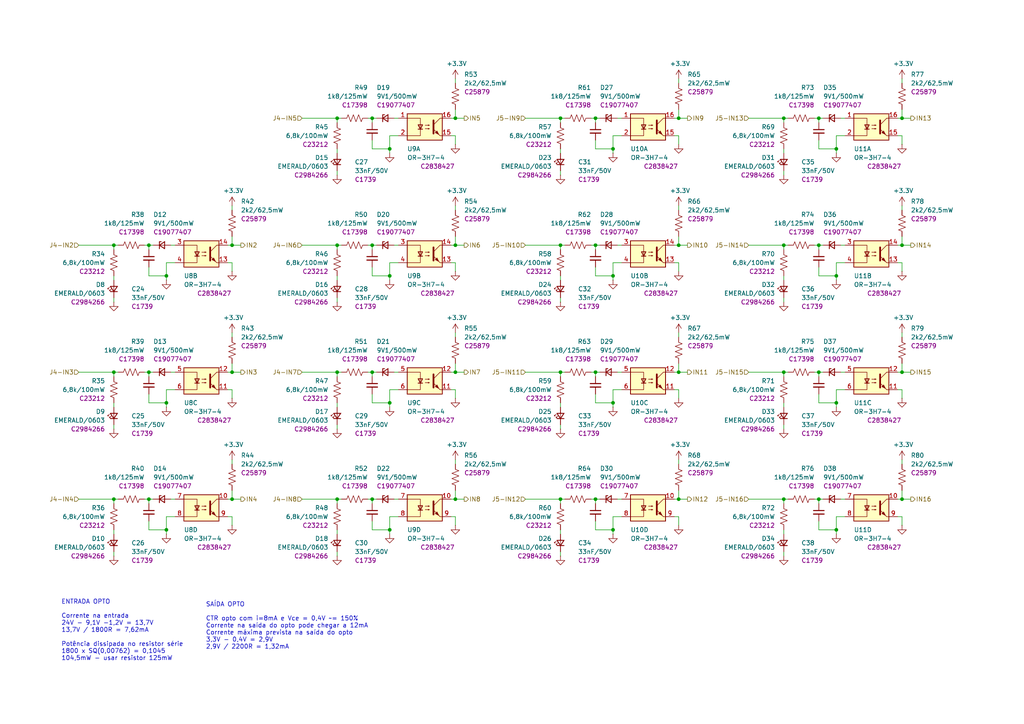
<source format=kicad_sch>
(kicad_sch (version 20231120) (generator "eeschema") (generator_version "8.0")
  (paper "A4")
  (title_block (title "ESP 24V 16xIn/16xOut/4xNTC Module") (date "2025-07-04") (rev "V4"))
  (junction (at 113.03 43.18))
  (junction (at 177.8 153.67))
  (junction (at 227.33 144.78))
  (junction (at 237.49 34.29))
  (junction (at 132.08 34.29))
  (junction (at 196.85 144.78))
  (junction (at 97.79 107.95))
  (junction (at 172.72 71.12))
  (junction (at 97.79 71.12))
  (junction (at 113.03 153.67))
  (junction (at 237.49 71.12))
  (junction (at 107.95 144.78))
  (junction (at 162.56 71.12))
  (junction (at 43.18 71.12))
  (junction (at 33.02 144.78))
  (junction (at 107.95 34.29))
  (junction (at 227.33 107.95))
  (junction (at 48.26 153.67))
  (junction (at 237.49 107.95))
  (junction (at 162.56 107.95))
  (junction (at 97.79 34.29))
  (junction (at 162.56 144.78))
  (junction (at 172.72 107.95))
  (junction (at 132.08 107.95))
  (junction (at 242.57 80.01))
  (junction (at 261.62 144.78))
  (junction (at 67.31 71.12))
  (junction (at 48.26 116.84))
  (junction (at 227.33 34.29))
  (junction (at 261.62 34.29))
  (junction (at 97.79 144.78))
  (junction (at 67.31 144.78))
  (junction (at 107.95 71.12))
  (junction (at 132.08 71.12))
  (junction (at 237.49 144.78))
  (junction (at 196.85 34.29))
  (junction (at 172.72 34.29))
  (junction (at 196.85 71.12))
  (junction (at 113.03 116.84))
  (junction (at 67.31 107.95))
  (junction (at 48.26 80.01))
  (junction (at 242.57 153.67))
  (junction (at 242.57 116.84))
  (junction (at 227.33 71.12))
  (junction (at 132.08 144.78))
  (junction (at 172.72 144.78))
  (junction (at 242.57 43.18))
  (junction (at 177.8 80.01))
  (junction (at 177.8 43.18))
  (junction (at 162.56 34.29))
  (junction (at 33.02 107.95))
  (junction (at 196.85 107.95))
  (junction (at 107.95 107.95))
  (junction (at 33.02 71.12))
  (junction (at 261.62 107.95))
  (junction (at 43.18 107.95))
  (junction (at 43.18 144.78))
  (junction (at 177.8 116.84))
  (junction (at 261.62 71.12))
  (junction (at 113.03 80.01))
  (wire (pts (xy 245.11 76.2) (xy 242.57 76.2)))
  (wire (pts (xy 107.95 151.13) (xy 107.95 153.67)))
  (wire (pts (xy 22.86 144.78) (xy 33.02 144.78)))
  (wire (pts (xy 130.81 34.29) (xy 132.08 34.29)))
  (wire (pts (xy 22.86 107.95) (xy 33.02 107.95)))
  (wire (pts (xy 196.85 22.86) (xy 196.85 24.13)))
  (wire (pts (xy 43.18 77.47) (xy 43.18 80.01)))
  (wire (pts (xy 227.33 160.02) (xy 227.33 161.29)))
  (wire (pts (xy 33.02 86.36) (xy 33.02 87.63)))
  (wire (pts (xy 97.79 116.84) (xy 97.79 118.11)))
  (wire (pts (xy 177.8 153.67) (xy 177.8 154.94)))
  (wire (pts (xy 242.57 39.37) (xy 242.57 43.18)))
  (wire (pts (xy 172.72 107.95) (xy 173.99 107.95)))
  (wire (pts (xy 196.85 59.69) (xy 196.85 60.96)))
  (wire (pts (xy 50.8 149.86) (xy 48.26 149.86)))
  (wire (pts (xy 227.33 34.29) (xy 227.33 35.56)))
  (wire (pts (xy 196.85 149.86) (xy 196.85 152.4)))
  (wire (pts (xy 217.17 34.29) (xy 227.33 34.29)))
  (wire (pts (xy 132.08 76.2) (xy 132.08 78.74)))
  (wire (pts (xy 162.56 80.01) (xy 162.56 81.28)))
  (wire (pts (xy 242.57 76.2) (xy 242.57 80.01)))
  (wire (pts (xy 114.3 71.12) (xy 115.57 71.12)))
  (wire (pts (xy 48.26 113.03) (xy 48.26 116.84)))
  (wire (pts (xy 242.57 116.84) (xy 242.57 118.11)))
  (wire (pts (xy 243.84 144.78) (xy 245.11 144.78)))
  (wire (pts (xy 162.56 153.67) (xy 162.56 154.94)))
  (wire (pts (xy 162.56 71.12) (xy 162.56 72.39)))
  (wire (pts (xy 237.49 80.01) (xy 242.57 80.01)))
  (wire (pts (xy 242.57 43.18) (xy 242.57 44.45)))
  (wire (pts (xy 130.81 144.78) (xy 132.08 144.78)))
  (wire (pts (xy 195.58 34.29) (xy 196.85 34.29)))
  (wire (pts (xy 260.35 107.95) (xy 261.62 107.95)))
  (wire (pts (xy 97.79 144.78) (xy 99.06 144.78)))
  (wire (pts (xy 179.07 71.12) (xy 180.34 71.12)))
  (wire (pts (xy 43.18 151.13) (xy 43.18 153.67)))
  (wire (pts (xy 152.4 71.12) (xy 162.56 71.12)))
  (wire (pts (xy 243.84 34.29) (xy 245.11 34.29)))
  (wire (pts (xy 107.95 146.05) (xy 107.95 144.78)))
  (wire (pts (xy 180.34 149.86) (xy 177.8 149.86)))
  (wire (pts (xy 217.17 71.12) (xy 227.33 71.12)))
  (wire (pts (xy 227.33 123.19) (xy 227.33 124.46)))
  (wire (pts (xy 87.63 144.78) (xy 97.79 144.78)))
  (wire (pts (xy 172.72 146.05) (xy 172.72 144.78)))
  (wire (pts (xy 43.18 107.95) (xy 44.45 107.95)))
  (wire (pts (xy 195.58 39.37) (xy 196.85 39.37)))
  (wire (pts (xy 196.85 142.24) (xy 196.85 144.78)))
  (wire (pts (xy 227.33 49.53) (xy 227.33 50.8)))
  (wire (pts (xy 33.02 144.78) (xy 33.02 146.05)))
  (wire (pts (xy 237.49 114.3) (xy 237.49 116.84)))
  (wire (pts (xy 107.95 71.12) (xy 109.22 71.12)))
  (wire (pts (xy 195.58 107.95) (xy 196.85 107.95)))
  (wire (pts (xy 97.79 86.36) (xy 97.79 87.63)))
  (wire (pts (xy 245.11 113.03) (xy 242.57 113.03)))
  (wire (pts (xy 261.62 59.69) (xy 261.62 60.96)))
  (wire (pts (xy 237.49 109.22) (xy 237.49 107.95)))
  (wire (pts (xy 261.62 149.86) (xy 261.62 152.4)))
  (wire (pts (xy 237.49 72.39) (xy 237.49 71.12)))
  (wire (pts (xy 87.63 34.29) (xy 97.79 34.29)))
  (wire (pts (xy 227.33 144.78) (xy 228.6 144.78)))
  (wire (pts (xy 162.56 144.78) (xy 162.56 146.05)))
  (wire (pts (xy 130.81 107.95) (xy 132.08 107.95)))
  (wire (pts (xy 106.68 71.12) (xy 107.95 71.12)))
  (wire (pts (xy 152.4 34.29) (xy 162.56 34.29)))
  (wire (pts (xy 237.49 107.95) (xy 238.76 107.95)))
  (wire (pts (xy 195.58 149.86) (xy 196.85 149.86)))
  (wire (pts (xy 106.68 107.95) (xy 107.95 107.95)))
  (wire (pts (xy 162.56 34.29) (xy 162.56 35.56)))
  (wire (pts (xy 260.35 76.2) (xy 261.62 76.2)))
  (wire (pts (xy 43.18 72.39) (xy 43.18 71.12)))
  (wire (pts (xy 132.08 22.86) (xy 132.08 24.13)))
  (wire (pts (xy 43.18 146.05) (xy 43.18 144.78)))
  (wire (pts (xy 43.18 114.3) (xy 43.18 116.84)))
  (wire (pts (xy 261.62 107.95) (xy 264.16 107.95)))
  (wire (pts (xy 171.45 34.29) (xy 172.72 34.29)))
  (wire (pts (xy 66.04 113.03) (xy 67.31 113.03)))
  (wire (pts (xy 48.26 116.84) (xy 48.26 118.11)))
  (wire (pts (xy 172.72 71.12) (xy 173.99 71.12)))
  (wire (pts (xy 132.08 142.24) (xy 132.08 144.78)))
  (wire (pts (xy 107.95 109.22) (xy 107.95 107.95)))
  (wire (pts (xy 180.34 39.37) (xy 177.8 39.37)))
  (wire (pts (xy 162.56 123.19) (xy 162.56 124.46)))
  (wire (pts (xy 172.72 109.22) (xy 172.72 107.95)))
  (wire (pts (xy 177.8 113.03) (xy 177.8 116.84)))
  (wire (pts (xy 196.85 133.35) (xy 196.85 134.62)))
  (wire (pts (xy 97.79 34.29) (xy 99.06 34.29)))
  (wire (pts (xy 33.02 107.95) (xy 34.29 107.95)))
  (wire (pts (xy 33.02 107.95) (xy 33.02 109.22)))
  (wire (pts (xy 132.08 39.37) (xy 132.08 41.91)))
  (wire (pts (xy 172.72 35.56) (xy 172.72 34.29)))
  (wire (pts (xy 196.85 71.12) (xy 199.39 71.12)))
  (wire (pts (xy 67.31 76.2) (xy 67.31 78.74)))
  (wire (pts (xy 243.84 107.95) (xy 245.11 107.95)))
  (wire (pts (xy 41.91 71.12) (xy 43.18 71.12)))
  (wire (pts (xy 132.08 59.69) (xy 132.08 60.96)))
  (wire (pts (xy 179.07 107.95) (xy 180.34 107.95)))
  (wire (pts (xy 67.31 71.12) (xy 69.85 71.12)))
  (wire (pts (xy 227.33 86.36) (xy 227.33 87.63)))
  (wire (pts (xy 67.31 96.52) (xy 67.31 97.79)))
  (wire (pts (xy 237.49 116.84) (xy 242.57 116.84)))
  (wire (pts (xy 217.17 107.95) (xy 227.33 107.95)))
  (wire (pts (xy 115.57 39.37) (xy 113.03 39.37)))
  (wire (pts (xy 113.03 113.03) (xy 113.03 116.84)))
  (wire (pts (xy 107.95 153.67) (xy 113.03 153.67)))
  (wire (pts (xy 162.56 34.29) (xy 163.83 34.29)))
  (wire (pts (xy 48.26 153.67) (xy 48.26 154.94)))
  (wire (pts (xy 33.02 116.84) (xy 33.02 118.11)))
  (wire (pts (xy 162.56 86.36) (xy 162.56 87.63)))
  (wire (pts (xy 107.95 144.78) (xy 109.22 144.78)))
  (wire (pts (xy 33.02 123.19) (xy 33.02 124.46)))
  (wire (pts (xy 172.72 77.47) (xy 172.72 80.01)))
  (wire (pts (xy 171.45 107.95) (xy 172.72 107.95)))
  (wire (pts (xy 132.08 133.35) (xy 132.08 134.62)))
  (wire (pts (xy 48.26 76.2) (xy 48.26 80.01)))
  (wire (pts (xy 227.33 34.29) (xy 228.6 34.29)))
  (wire (pts (xy 113.03 39.37) (xy 113.03 43.18)))
  (wire (pts (xy 113.03 80.01) (xy 113.03 81.28)))
  (wire (pts (xy 114.3 107.95) (xy 115.57 107.95)))
  (wire (pts (xy 180.34 113.03) (xy 177.8 113.03)))
  (wire (pts (xy 49.53 107.95) (xy 50.8 107.95)))
  (wire (pts (xy 171.45 71.12) (xy 172.72 71.12)))
  (wire (pts (xy 236.22 144.78) (xy 237.49 144.78)))
  (wire (pts (xy 41.91 144.78) (xy 43.18 144.78)))
  (wire (pts (xy 177.8 116.84) (xy 177.8 118.11)))
  (wire (pts (xy 33.02 80.01) (xy 33.02 81.28)))
  (wire (pts (xy 43.18 71.12) (xy 44.45 71.12)))
  (wire (pts (xy 43.18 144.78) (xy 44.45 144.78)))
  (wire (pts (xy 237.49 40.64) (xy 237.49 43.18)))
  (wire (pts (xy 196.85 113.03) (xy 196.85 115.57)))
  (wire (pts (xy 177.8 39.37) (xy 177.8 43.18)))
  (wire (pts (xy 106.68 144.78) (xy 107.95 144.78)))
  (wire (pts (xy 132.08 31.75) (xy 132.08 34.29)))
  (wire (pts (xy 97.79 123.19) (xy 97.79 124.46)))
  (wire (pts (xy 236.22 71.12) (xy 237.49 71.12)))
  (wire (pts (xy 162.56 43.18) (xy 162.56 44.45)))
  (wire (pts (xy 114.3 144.78) (xy 115.57 144.78)))
  (wire (pts (xy 227.33 144.78) (xy 227.33 146.05)))
  (wire (pts (xy 237.49 153.67) (xy 242.57 153.67)))
  (wire (pts (xy 132.08 144.78) (xy 134.62 144.78)))
  (wire (pts (xy 66.04 144.78) (xy 67.31 144.78)))
  (wire (pts (xy 242.57 113.03) (xy 242.57 116.84)))
  (wire (pts (xy 237.49 43.18) (xy 242.57 43.18)))
  (wire (pts (xy 171.45 144.78) (xy 172.72 144.78)))
  (wire (pts (xy 227.33 80.01) (xy 227.33 81.28)))
  (wire (pts (xy 107.95 80.01) (xy 113.03 80.01)))
  (wire (pts (xy 130.81 113.03) (xy 132.08 113.03)))
  (wire (pts (xy 48.26 80.01) (xy 48.26 81.28)))
  (wire (pts (xy 227.33 43.18) (xy 227.33 44.45)))
  (wire (pts (xy 196.85 34.29) (xy 199.39 34.29)))
  (wire (pts (xy 97.79 80.01) (xy 97.79 81.28)))
  (wire (pts (xy 115.57 113.03) (xy 113.03 113.03)))
  (wire (pts (xy 227.33 71.12) (xy 228.6 71.12)))
  (wire (pts (xy 261.62 68.58) (xy 261.62 71.12)))
  (wire (pts (xy 33.02 160.02) (xy 33.02 161.29)))
  (wire (pts (xy 162.56 116.84) (xy 162.56 118.11)))
  (wire (pts (xy 217.17 144.78) (xy 227.33 144.78)))
  (wire (pts (xy 162.56 49.53) (xy 162.56 50.8)))
  (wire (pts (xy 261.62 31.75) (xy 261.62 34.29)))
  (wire (pts (xy 172.72 153.67) (xy 177.8 153.67)))
  (wire (pts (xy 132.08 71.12) (xy 134.62 71.12)))
  (wire (pts (xy 237.49 146.05) (xy 237.49 144.78)))
  (wire (pts (xy 236.22 34.29) (xy 237.49 34.29)))
  (wire (pts (xy 113.03 76.2) (xy 113.03 80.01)))
  (wire (pts (xy 66.04 76.2) (xy 67.31 76.2)))
  (wire (pts (xy 113.03 116.84) (xy 113.03 118.11)))
  (wire (pts (xy 179.07 34.29) (xy 180.34 34.29)))
  (wire (pts (xy 97.79 34.29) (xy 97.79 35.56)))
  (wire (pts (xy 33.02 144.78) (xy 34.29 144.78)))
  (wire (pts (xy 43.18 153.67) (xy 48.26 153.67)))
  (wire (pts (xy 50.8 113.03) (xy 48.26 113.03)))
  (wire (pts (xy 237.49 35.56) (xy 237.49 34.29)))
  (wire (pts (xy 236.22 107.95) (xy 237.49 107.95)))
  (wire (pts (xy 67.31 133.35) (xy 67.31 134.62)))
  (wire (pts (xy 177.8 80.01) (xy 177.8 81.28)))
  (wire (pts (xy 107.95 35.56) (xy 107.95 34.29)))
  (wire (pts (xy 172.72 114.3) (xy 172.72 116.84)))
  (wire (pts (xy 227.33 116.84) (xy 227.33 118.11)))
  (wire (pts (xy 172.72 80.01) (xy 177.8 80.01)))
  (wire (pts (xy 67.31 68.58) (xy 67.31 71.12)))
  (wire (pts (xy 87.63 71.12) (xy 97.79 71.12)))
  (wire (pts (xy 67.31 59.69) (xy 67.31 60.96)))
  (wire (pts (xy 261.62 96.52) (xy 261.62 97.79)))
  (wire (pts (xy 97.79 160.02) (xy 97.79 161.29)))
  (wire (pts (xy 66.04 107.95) (xy 67.31 107.95)))
  (wire (pts (xy 237.49 151.13) (xy 237.49 153.67)))
  (wire (pts (xy 97.79 71.12) (xy 97.79 72.39)))
  (wire (pts (xy 67.31 113.03) (xy 67.31 115.57)))
  (wire (pts (xy 107.95 40.64) (xy 107.95 43.18)))
  (wire (pts (xy 107.95 34.29) (xy 109.22 34.29)))
  (wire (pts (xy 152.4 144.78) (xy 162.56 144.78)))
  (wire (pts (xy 242.57 80.01) (xy 242.57 81.28)))
  (wire (pts (xy 227.33 107.95) (xy 227.33 109.22)))
  (wire (pts (xy 50.8 76.2) (xy 48.26 76.2)))
  (wire (pts (xy 261.62 22.86) (xy 261.62 24.13)))
  (wire (pts (xy 33.02 153.67) (xy 33.02 154.94)))
  (wire (pts (xy 33.02 71.12) (xy 33.02 72.39)))
  (wire (pts (xy 227.33 71.12) (xy 227.33 72.39)))
  (wire (pts (xy 107.95 116.84) (xy 113.03 116.84)))
  (wire (pts (xy 196.85 68.58) (xy 196.85 71.12)))
  (wire (pts (xy 261.62 105.41) (xy 261.62 107.95)))
  (wire (pts (xy 260.35 39.37) (xy 261.62 39.37)))
  (wire (pts (xy 162.56 144.78) (xy 163.83 144.78)))
  (wire (pts (xy 41.91 107.95) (xy 43.18 107.95)))
  (wire (pts (xy 242.57 153.67) (xy 242.57 154.94)))
  (wire (pts (xy 22.86 71.12) (xy 33.02 71.12)))
  (wire (pts (xy 97.79 43.18) (xy 97.79 44.45)))
  (wire (pts (xy 132.08 113.03) (xy 132.08 115.57)))
  (wire (pts (xy 177.8 149.86) (xy 177.8 153.67)))
  (wire (pts (xy 130.81 71.12) (xy 132.08 71.12)))
  (wire (pts (xy 107.95 114.3) (xy 107.95 116.84)))
  (wire (pts (xy 261.62 144.78) (xy 264.16 144.78)))
  (wire (pts (xy 130.81 149.86) (xy 132.08 149.86)))
  (wire (pts (xy 261.62 142.24) (xy 261.62 144.78)))
  (wire (pts (xy 196.85 39.37) (xy 196.85 41.91)))
  (wire (pts (xy 107.95 107.95) (xy 109.22 107.95)))
  (wire (pts (xy 97.79 107.95) (xy 97.79 109.22)))
  (wire (pts (xy 132.08 96.52) (xy 132.08 97.79)))
  (wire (pts (xy 195.58 144.78) (xy 196.85 144.78)))
  (wire (pts (xy 130.81 76.2) (xy 132.08 76.2)))
  (wire (pts (xy 260.35 113.03) (xy 261.62 113.03)))
  (wire (pts (xy 162.56 107.95) (xy 163.83 107.95)))
  (wire (pts (xy 113.03 43.18) (xy 113.03 44.45)))
  (wire (pts (xy 261.62 113.03) (xy 261.62 115.57)))
  (wire (pts (xy 67.31 105.41) (xy 67.31 107.95)))
  (wire (pts (xy 67.31 144.78) (xy 69.85 144.78)))
  (wire (pts (xy 132.08 34.29) (xy 134.62 34.29)))
  (wire (pts (xy 172.72 151.13) (xy 172.72 153.67)))
  (wire (pts (xy 172.72 144.78) (xy 173.99 144.78)))
  (wire (pts (xy 260.35 149.86) (xy 261.62 149.86)))
  (wire (pts (xy 196.85 107.95) (xy 199.39 107.95)))
  (wire (pts (xy 162.56 160.02) (xy 162.56 161.29)))
  (wire (pts (xy 97.79 71.12) (xy 99.06 71.12)))
  (wire (pts (xy 227.33 107.95) (xy 228.6 107.95)))
  (wire (pts (xy 261.62 71.12) (xy 264.16 71.12)))
  (wire (pts (xy 66.04 71.12) (xy 67.31 71.12)))
  (wire (pts (xy 243.84 71.12) (xy 245.11 71.12)))
  (wire (pts (xy 162.56 107.95) (xy 162.56 109.22)))
  (wire (pts (xy 67.31 107.95) (xy 69.85 107.95)))
  (wire (pts (xy 195.58 113.03) (xy 196.85 113.03)))
  (wire (pts (xy 67.31 142.24) (xy 67.31 144.78)))
  (wire (pts (xy 130.81 39.37) (xy 132.08 39.37)))
  (wire (pts (xy 162.56 71.12) (xy 163.83 71.12)))
  (wire (pts (xy 107.95 72.39) (xy 107.95 71.12)))
  (wire (pts (xy 260.35 34.29) (xy 261.62 34.29)))
  (wire (pts (xy 261.62 39.37) (xy 261.62 41.91)))
  (wire (pts (xy 115.57 149.86) (xy 113.03 149.86)))
  (wire (pts (xy 261.62 34.29) (xy 264.16 34.29)))
  (wire (pts (xy 97.79 153.67) (xy 97.79 154.94)))
  (wire (pts (xy 113.03 153.67) (xy 113.03 154.94)))
  (wire (pts (xy 180.34 76.2) (xy 177.8 76.2)))
  (wire (pts (xy 132.08 68.58) (xy 132.08 71.12)))
  (wire (pts (xy 107.95 77.47) (xy 107.95 80.01)))
  (wire (pts (xy 97.79 49.53) (xy 97.79 50.8)))
  (wire (pts (xy 49.53 71.12) (xy 50.8 71.12)))
  (wire (pts (xy 261.62 133.35) (xy 261.62 134.62)))
  (wire (pts (xy 106.68 34.29) (xy 107.95 34.29)))
  (wire (pts (xy 43.18 116.84) (xy 48.26 116.84)))
  (wire (pts (xy 33.02 71.12) (xy 34.29 71.12)))
  (wire (pts (xy 196.85 96.52) (xy 196.85 97.79)))
  (wire (pts (xy 172.72 40.64) (xy 172.72 43.18)))
  (wire (pts (xy 237.49 34.29) (xy 238.76 34.29)))
  (wire (pts (xy 177.8 76.2) (xy 177.8 80.01)))
  (wire (pts (xy 237.49 144.78) (xy 238.76 144.78)))
  (wire (pts (xy 66.04 149.86) (xy 67.31 149.86)))
  (wire (pts (xy 242.57 149.86) (xy 242.57 153.67)))
  (wire (pts (xy 152.4 107.95) (xy 162.56 107.95)))
  (wire (pts (xy 172.72 72.39) (xy 172.72 71.12)))
  (wire (pts (xy 195.58 76.2) (xy 196.85 76.2)))
  (wire (pts (xy 237.49 71.12) (xy 238.76 71.12)))
  (wire (pts (xy 195.58 71.12) (xy 196.85 71.12)))
  (wire (pts (xy 172.72 116.84) (xy 177.8 116.84)))
  (wire (pts (xy 115.57 76.2) (xy 113.03 76.2)))
  (wire (pts (xy 107.95 43.18) (xy 113.03 43.18)))
  (wire (pts (xy 97.79 107.95) (xy 99.06 107.95)))
  (wire (pts (xy 261.62 76.2) (xy 261.62 78.74)))
  (wire (pts (xy 113.03 149.86) (xy 113.03 153.67)))
  (wire (pts (xy 196.85 31.75) (xy 196.85 34.29)))
  (wire (pts (xy 67.31 149.86) (xy 67.31 152.4)))
  (wire (pts (xy 97.79 144.78) (xy 97.79 146.05)))
  (wire (pts (xy 245.11 39.37) (xy 242.57 39.37)))
  (wire (pts (xy 196.85 105.41) (xy 196.85 107.95)))
  (wire (pts (xy 177.8 43.18) (xy 177.8 44.45)))
  (wire (pts (xy 196.85 76.2) (xy 196.85 78.74)))
  (wire (pts (xy 132.08 149.86) (xy 132.08 152.4)))
  (wire (pts (xy 43.18 80.01) (xy 48.26 80.01)))
  (wire (pts (xy 49.53 144.78) (xy 50.8 144.78)))
  (wire (pts (xy 132.08 105.41) (xy 132.08 107.95)))
  (wire (pts (xy 172.72 43.18) (xy 177.8 43.18)))
  (wire (pts (xy 237.49 77.47) (xy 237.49 80.01)))
  (wire (pts (xy 196.85 144.78) (xy 199.39 144.78)))
  (wire (pts (xy 227.33 153.67) (xy 227.33 154.94)))
  (wire (pts (xy 179.07 144.78) (xy 180.34 144.78)))
  (wire (pts (xy 245.11 149.86) (xy 242.57 149.86)))
  (wire (pts (xy 43.18 109.22) (xy 43.18 107.95)))
  (wire (pts (xy 132.08 107.95) (xy 134.62 107.95)))
  (wire (pts (xy 260.35 144.78) (xy 261.62 144.78)))
  (wire (pts (xy 87.63 107.95) (xy 97.79 107.95)))
  (wire (pts (xy 114.3 34.29) (xy 115.57 34.29)))
  (wire (pts (xy 172.72 34.29) (xy 173.99 34.29)))
  (wire (pts (xy 260.35 71.12) (xy 261.62 71.12)))
  (wire (pts (xy 48.26 149.86) (xy 48.26 153.67)))
  (text "ENTRADA OPTO\n\nCorrente na entrada\n24V - 9,1V -1,2V = 13,7V\n13,7V / 1800R = 7,62mA\n\nPotência dissipada no resistor série\n1800 x SQ(0,00762) = 0,1045\n104,5mW - usar resistor 125mW" (at 17.78 191.77 0) (effects (font (size 1.27 1.27)) (justify left bottom)))
  (text "SAÍDA OPTO\n\nCTR opto com i=8mA e Vce = 0,4V ~= 150%\nCorrente na saída do opto pode chegar a 12mA\nCorrente máxima prevista na saída do opto\n3,3V - 0,4V = 2,9V\n2,9V / 2200R = 1,32mA\n\n" (at 59.69 190.5 0) (effects (font (size 1.27 1.27)) (justify left bottom)))
  (hierarchical_label "IN10" (shape output) (at 199.39 71.12 0))
  (hierarchical_label "IN6" (shape output) (at 134.62 71.12 0))
  (hierarchical_label "IN9" (shape output) (at 199.39 34.29 0))
  (hierarchical_label "IN11" (shape output) (at 199.39 107.95 0))
  (hierarchical_label "J4-IN8" (shape input) (at 87.63 144.78 180))
  (hierarchical_label "IN3" (shape output) (at 69.85 107.95 0))
  (hierarchical_label "J4-IN2" (shape input) (at 22.86 71.12 180))
  (hierarchical_label "IN4" (shape output) (at 69.85 144.78 0))
  (hierarchical_label "IN16" (shape output) (at 264.16 144.78 0))
  (hierarchical_label "IN15" (shape output) (at 264.16 107.95 0))
  (hierarchical_label "J4-IN6" (shape input) (at 87.63 71.12 180))
  (hierarchical_label "J4-IN4" (shape input) (at 22.86 144.78 180))
  (hierarchical_label "J5-IN13" (shape input) (at 217.17 34.29 180))
  (hierarchical_label "IN14" (shape output) (at 264.16 71.12 0))
  (hierarchical_label "J5-IN15" (shape input) (at 217.17 107.95 180))
  (hierarchical_label "J4-IN5" (shape input) (at 87.63 34.29 180))
  (hierarchical_label "IN13" (shape output) (at 264.16 34.29 0))
  (hierarchical_label "IN7" (shape output) (at 134.62 107.95 0))
  (hierarchical_label "IN2" (shape output) (at 69.85 71.12 0))
  (hierarchical_label "J5-IN16" (shape input) (at 217.17 144.78 180))
  (hierarchical_label "J5-IN9" (shape input) (at 152.4 34.29 180))
  (hierarchical_label "J5-IN10" (shape input) (at 152.4 71.12 180))
  (hierarchical_label "IN12" (shape output) (at 199.39 144.78 0))
  (hierarchical_label "IN8" (shape output) (at 134.62 144.78 0))
  (hierarchical_label "J5-IN11" (shape input) (at 152.4 107.95 180))
  (hierarchical_label "J4-IN3" (shape input) (at 22.86 107.95 180))
  (hierarchical_label "J4-IN7" (shape input) (at 87.63 107.95 180))
  (hierarchical_label "J5-IN14" (shape input) (at 217.17 71.12 180))
  (hierarchical_label "J5-IN12" (shape input) (at 152.4 144.78 180))
  (hierarchical_label "IN5" (shape output) (at 134.62 34.29 0))
  (symbol (lib_id "Tales:OR-3H7-4") (at 252.73 73.66 0) (unit 2)
    (property "Reference" "U11" (at 247.65 80.01 0) (effects (justify left)))
    (property "Value" "OR-3H7-4" (at 247.65 82.55 0) (effects (justify left)))
    (property "Footprint" "Tales:SOP-16_4.4x10.4mm_P1.27mm" (effects (hide yes)))
    (property "Description" "Quad DC Optocoupler, Vce 80V, CTR 100%, SOP16" (effects (hide yes)))
    (property "JLCPCB BOM" "1" (effects (hide yes)))
    (property "LCSC Part #" "C2838427" (at 251.46 85.09 0) (effects (justify left)))
    (property "Mfr PN" "OR-3H7-4GB-TA1-G" (effects (hide yes)))
    (property "Vendor PN" "C2838427" (effects (hide yes)))
    (property "Case" "SOP-16-4.4" (effects (hide yes)))
    (property "Mfr" "Orient" (effects (hide yes)))
    (property "Vendor" "JLCPCB" (effects (hide yes)))
  )
  (symbol (lib_id "power:GND") (at 261.62 41.91 0) (unit 1)
    (property "Reference" "#PWR0130" (effects (hide yes)))
    (property "Value" "GND" (effects (hide yes)))
    (property "Description" "Power symbol creates a global label with name \"GND\" , ground" (effects (hide yes)))
  )
  (symbol (lib_id "Device:R_US") (at 227.33 76.2 0) (unit 1)
    (property "Reference" "R70" (at 224.79 73.66 0) (effects (justify right)))
    (property "Value" "6,8k/100mW" (at 224.79 76.2 0) (effects (justify right)))
    (property "Footprint" "Tales:R_0603_1608Metric" (effects (hide yes)))
    (property "Case" "0603/1608" (effects (hide yes)))
    (property "Mfr" "Uniroyal" (effects (hide yes)))
    (property "Mfr PN" "0603WAF6801T5E" (effects (hide yes)))
    (property "Vendor" "JLCPCB" (effects (hide yes)))
    (property "Vendor PN" "C23212 " (effects (hide yes)))
    (property "LCSC Part #" "C23212" (at 224.79 78.74 0) (effects (justify right)))
    (property "JLCPCB BOM" "1" (effects (hide yes)))
  )
  (symbol (lib_id "Device:C_Small") (at 107.95 148.59 0) (unit 1)
    (property "Reference" "C30" (at 102.87 157.48 0) (effects (justify left)))
    (property "Value" "33nF/50V" (at 102.87 160.02 0) (effects (justify left)))
    (property "Footprint" "Tales:C_0805_2012Metric" (effects (hide yes)))
    (property "Technology" "Ceramic" (effects (hide yes)))
    (property "Case" "0805/2012" (effects (hide yes)))
    (property "Mfr" "FH" (effects (hide yes)))
    (property "Mfr PN" "0805B333K500NT" (effects (hide yes)))
    (property "Vendor" "JLCPCB" (effects (hide yes)))
    (property "Vendor PN" "C1739" (effects (hide yes)))
    (property "LCSC Part #" "C1739" (at 102.87 162.56 0) (effects (justify left)))
    (property "JLCPCB BOM" "1" (effects (hide yes)))
  )
  (symbol (lib_id "Device:R_US") (at 167.64 34.29 270) (unit 1)
    (property "Reference" "R61" (at 171.45 25.4 90) (effects (justify right)))
    (property "Value" "1k8/125mW" (at 171.45 27.94 90) (effects (justify right)))
    (property "Footprint" "Tales:R_0805_2012Metric" (effects (hide yes)))
    (property "Case" "0805/2012" (effects (hide yes)))
    (property "Mfr" "Uniroyal" (effects (hide yes)))
    (property "Vendor" "JLCPCB" (effects (hide yes)))
    (property "Mfr PN" "0805W8F1801T5E" (effects (hide yes)))
    (property "Vendor PN" "C17398" (effects (hide yes)))
    (property "LCSC Part #" "C17398" (at 171.45 30.48 90) (effects (justify right)))
    (property "JLCPCB BOM" "1" (effects (hide yes)))
  )
  (symbol (lib_id "Device:C_Small") (at 237.49 38.1 0) (unit 1)
    (property "Reference" "C35" (at 232.41 46.99 0) (effects (justify left)))
    (property "Value" "33nF/50V" (at 232.41 49.53 0) (effects (justify left)))
    (property "Footprint" "Tales:C_0805_2012Metric" (effects (hide yes)))
    (property "Technology" "Ceramic" (effects (hide yes)))
    (property "Case" "0805/2012" (effects (hide yes)))
    (property "Mfr" "FH" (effects (hide yes)))
    (property "Mfr PN" "0805B333K500NT" (effects (hide yes)))
    (property "Vendor" "JLCPCB" (effects (hide yes)))
    (property "Vendor PN" "C1739" (effects (hide yes)))
    (property "LCSC Part #" "C1739" (at 232.41 52.07 0) (effects (justify left)))
    (property "JLCPCB BOM" "1" (effects (hide yes)))
  )
  (symbol (lib_id "power:GND") (at 48.26 81.28 0) (unit 1)
    (property "Reference" "#PWR078" (effects (hide yes)))
    (property "Value" "GND" (effects (hide yes)))
    (property "Description" "Power symbol creates a global label with name \"GND\" , ground" (effects (hide yes)))
  )
  (symbol (lib_id "Device:C_Small") (at 43.18 111.76 0) (unit 1)
    (property "Reference" "C25" (at 38.1 120.65 0) (effects (justify left)))
    (property "Value" "33nF/50V" (at 38.1 123.19 0) (effects (justify left)))
    (property "Footprint" "Tales:C_0805_2012Metric" (effects (hide yes)))
    (property "Technology" "Ceramic" (effects (hide yes)))
    (property "Case" "0805/2012" (effects (hide yes)))
    (property "Mfr" "FH" (effects (hide yes)))
    (property "Mfr PN" "0805B333K500NT" (effects (hide yes)))
    (property "Vendor" "JLCPCB" (effects (hide yes)))
    (property "Vendor PN" "C1739" (effects (hide yes)))
    (property "LCSC Part #" "C1739" (at 38.1 125.73 0) (effects (justify left)))
    (property "JLCPCB BOM" "1" (effects (hide yes)))
  )
  (symbol (lib_id "Device:R_US") (at 97.79 113.03 0) (unit 1)
    (property "Reference" "R47" (at 95.25 110.49 0) (effects (justify right)))
    (property "Value" "6,8k/100mW" (at 95.25 113.03 0) (effects (justify right)))
    (property "Footprint" "Tales:R_0603_1608Metric" (effects (hide yes)))
    (property "Case" "0603/1608" (effects (hide yes)))
    (property "Mfr" "Uniroyal" (effects (hide yes)))
    (property "Mfr PN" "0603WAF6801T5E" (effects (hide yes)))
    (property "Vendor" "JLCPCB" (effects (hide yes)))
    (property "Vendor PN" "C23212 " (effects (hide yes)))
    (property "LCSC Part #" "C23212" (at 95.25 115.57 0) (effects (justify right)))
    (property "JLCPCB BOM" "1" (effects (hide yes)))
  )
  (symbol (lib_id "power:GND") (at 132.08 41.91 0) (unit 1)
    (property "Reference" "#PWR098" (effects (hide yes)))
    (property "Value" "GND" (effects (hide yes)))
    (property "Description" "Power symbol creates a global label with name \"GND\" , ground" (effects (hide yes)))
  )
  (symbol (lib_id "Device:LED_Small") (at 162.56 120.65 90) (unit 1)
    (property "Reference" "D25" (at 160.02 119.38 90) (effects (justify left)))
    (property "Value" "EMERALD/0603" (at 160.02 121.92 90) (effects (justify left)))
    (property "Footprint" "Tales:LED_0603_1608Metric" (effects (hide yes)))
    (property "Case" "0603/1608" (effects (hide yes)))
    (property "Mfr" "Everlight Elec" (effects (hide yes)))
    (property "Mfr PN" "19-213/GHC-XS1T1N/5T" (effects (hide yes)))
    (property "Vendor" "JLCPCB" (effects (hide yes)))
    (property "Vendor PN" "C2984266" (effects (hide yes)))
    (property "LCSC Part #" "C2984266" (at 160.02 124.46 90) (effects (justify left)))
    (property "JLCPCB BOM" "1" (effects (hide yes)))
  )
  (symbol (lib_id "power:GND") (at 261.62 115.57 0) (unit 1)
    (property "Reference" "#PWR0134" (effects (hide yes)))
    (property "Value" "GND" (effects (hide yes)))
    (property "Description" "Power symbol creates a global label with name \"GND\" , ground" (effects (hide yes)))
  )
  (symbol (lib_id "Device:LED_Small") (at 97.79 83.82 90) (unit 1)
    (property "Reference" "D16" (at 95.25 82.55 90) (effects (justify left)))
    (property "Value" "EMERALD/0603" (at 95.25 85.09 90) (effects (justify left)))
    (property "Footprint" "Tales:LED_0603_1608Metric" (effects (hide yes)))
    (property "Case" "0603/1608" (effects (hide yes)))
    (property "Mfr" "Everlight Elec" (effects (hide yes)))
    (property "Mfr PN" "19-213/GHC-XS1T1N/5T" (effects (hide yes)))
    (property "Vendor" "JLCPCB" (effects (hide yes)))
    (property "Vendor PN" "C2984266" (effects (hide yes)))
    (property "LCSC Part #" "C2984266" (at 95.25 87.63 90) (effects (justify left)))
    (property "JLCPCB BOM" "1" (effects (hide yes)))
  )
  (symbol (lib_id "Device:C_Small") (at 237.49 148.59 0) (unit 1)
    (property "Reference" "C38" (at 232.41 157.48 0) (effects (justify left)))
    (property "Value" "33nF/50V" (at 232.41 160.02 0) (effects (justify left)))
    (property "Footprint" "Tales:C_0805_2012Metric" (effects (hide yes)))
    (property "Technology" "Ceramic" (effects (hide yes)))
    (property "Case" "0805/2012" (effects (hide yes)))
    (property "Mfr" "FH" (effects (hide yes)))
    (property "Mfr PN" "0805B333K500NT" (effects (hide yes)))
    (property "Vendor" "JLCPCB" (effects (hide yes)))
    (property "Vendor PN" "C1739" (effects (hide yes)))
    (property "LCSC Part #" "C1739" (at 232.41 162.56 0) (effects (justify left)))
    (property "JLCPCB BOM" "1" (effects (hide yes)))
  )
  (symbol (lib_id "power:GND") (at 67.31 115.57 0) (unit 1)
    (property "Reference" "#PWR086" (effects (hide yes)))
    (property "Value" "GND" (effects (hide yes)))
    (property "Description" "Power symbol creates a global label with name \"GND\" , ground" (effects (hide yes)))
  )
  (symbol (lib_id "Device:R_US") (at 232.41 144.78 270) (unit 1)
    (property "Reference" "R76" (at 236.22 135.89 90) (effects (justify right)))
    (property "Value" "1k8/125mW" (at 236.22 138.43 90) (effects (justify right)))
    (property "Footprint" "Tales:R_0805_2012Metric" (effects (hide yes)))
    (property "Case" "0805/2012" (effects (hide yes)))
    (property "Mfr" "Uniroyal" (effects (hide yes)))
    (property "Vendor" "JLCPCB" (effects (hide yes)))
    (property "Mfr PN" "0805W8F1801T5E" (effects (hide yes)))
    (property "Vendor PN" "C17398" (effects (hide yes)))
    (property "LCSC Part #" "C17398" (at 236.22 140.97 90) (effects (justify right)))
    (property "JLCPCB BOM" "1" (effects (hide yes)))
  )
  (symbol (lib_id "power:GND") (at 177.8 44.45 0) (unit 1)
    (property "Reference" "#PWR0109" (effects (hide yes)))
    (property "Value" "GND" (effects (hide yes)))
    (property "Description" "Power symbol creates a global label with name \"GND\" , ground" (effects (hide yes)))
  )
  (symbol (lib_id "power:GND") (at 33.02 87.63 0) (unit 1)
    (property "Reference" "#PWR074" (effects (hide yes)))
    (property "Value" "GND" (effects (hide yes)))
    (property "Description" "Power symbol creates a global label with name \"GND\" , ground" (effects (hide yes)))
  )
  (symbol (lib_id "power:GND") (at 162.56 161.29 0) (unit 1)
    (property "Reference" "#PWR0108" (effects (hide yes)))
    (property "Value" "GND" (effects (hide yes)))
    (property "Description" "Power symbol creates a global label with name \"GND\" , ground" (effects (hide yes)))
  )
  (symbol (lib_id "Device:D_Zener_Small") (at 111.76 107.95 0) (unit 1)
    (property "Reference" "D21" (at 109.22 99.06 0) (effects (justify left)))
    (property "Value" "9V1/500mW" (at 109.22 101.6 0) (effects (justify left)))
    (property "Footprint" "Tales:D_SOD-123" (effects (hide yes)))
    (property "Case" "SOD-123" (effects (hide yes)))
    (property "Mfr" "hongjiacheng" (effects (hide yes)))
    (property "Mfr PN" "BZT52C9V1" (effects (hide yes)))
    (property "Technology" "Zener" (effects (hide yes)))
    (property "Vendor" "JLCPCB" (effects (hide yes)))
    (property "Vendor PN" "C19077407" (effects (hide yes)))
    (property "JLCPCB BOM" "1" (effects (hide yes)))
    (property "LCSC Part #" "C19077407" (at 109.22 104.14 0) (effects (justify left)))
  )
  (symbol (lib_id "Device:R_US") (at 102.87 107.95 270) (unit 1)
    (property "Reference" "R51" (at 106.68 99.06 90) (effects (justify right)))
    (property "Value" "1k8/125mW" (at 106.68 101.6 90) (effects (justify right)))
    (property "Footprint" "Tales:R_0805_2012Metric" (effects (hide yes)))
    (property "Case" "0805/2012" (effects (hide yes)))
    (property "Mfr" "Uniroyal" (effects (hide yes)))
    (property "Vendor" "JLCPCB" (effects (hide yes)))
    (property "Mfr PN" "0805W8F1801T5E" (effects (hide yes)))
    (property "Vendor PN" "C17398" (effects (hide yes)))
    (property "LCSC Part #" "C17398" (at 106.68 104.14 90) (effects (justify right)))
    (property "JLCPCB BOM" "1" (effects (hide yes)))
  )
  (symbol (lib_id "power:GND") (at 177.8 81.28 0) (unit 1)
    (property "Reference" "#PWR0110" (effects (hide yes)))
    (property "Value" "GND" (effects (hide yes)))
    (property "Description" "Power symbol creates a global label with name \"GND\" , ground" (effects (hide yes)))
  )
  (symbol (lib_id "Device:R_US") (at 102.87 34.29 270) (unit 1)
    (property "Reference" "R49" (at 106.68 25.4 90) (effects (justify right)))
    (property "Value" "1k8/125mW" (at 106.68 27.94 90) (effects (justify right)))
    (property "Footprint" "Tales:R_0805_2012Metric" (effects (hide yes)))
    (property "Case" "0805/2012" (effects (hide yes)))
    (property "Mfr" "Uniroyal" (effects (hide yes)))
    (property "Vendor" "JLCPCB" (effects (hide yes)))
    (property "Mfr PN" "0805W8F1801T5E" (effects (hide yes)))
    (property "Vendor PN" "C17398" (effects (hide yes)))
    (property "LCSC Part #" "C17398" (at 106.68 30.48 90) (effects (justify right)))
    (property "JLCPCB BOM" "1" (effects (hide yes)))
  )
  (symbol (lib_id "Tales:+3.3V") (at 132.08 59.69 0) (unit 1)
    (property "Reference" "#PWR099" (effects (hide yes)))
    (property "Value" "+3.3V" (at 132.461 55.2958 0))
    (property "Description" "Power symbol creates a global label with name \"+3.3V\"" (effects (hide yes)))
  )
  (symbol (lib_id "Tales:+3.3V") (at 196.85 133.35 0) (unit 1)
    (property "Reference" "#PWR0119" (effects (hide yes)))
    (property "Value" "+3.3V" (at 197.231 128.9558 0))
    (property "Description" "Power symbol creates a global label with name \"+3.3V\"" (effects (hide yes)))
  )
  (symbol (lib_id "Device:R_US") (at 196.85 101.6 0) (unit 1)
    (property "Reference" "R67" (at 199.39 95.25 0) (effects (justify left)))
    (property "Value" "2k2/62,5mW" (at 199.39 97.79 0) (effects (justify left)))
    (property "Footprint" "Tales:R_0402_1005Metric" (effects (hide yes)))
    (property "Case" "0402/1005" (effects (hide yes)))
    (property "Mfr" "Uniroyal" (effects (hide yes)))
    (property "Vendor" "JLCPCB" (effects (hide yes)))
    (property "Mfr PN" "0402WGF2201TCE" (effects (hide yes)))
    (property "Vendor PN" "C25879" (effects (hide yes)))
    (property "LCSC Part #" "C25879" (at 199.39 100.33 0) (effects (justify left)))
    (property "JLCPCB BOM" "1" (effects (hide yes)))
  )
  (symbol (lib_id "power:GND") (at 177.8 118.11 0) (unit 1)
    (property "Reference" "#PWR0111" (effects (hide yes)))
    (property "Value" "GND" (effects (hide yes)))
    (property "Description" "Power symbol creates a global label with name \"GND\" , ground" (effects (hide yes)))
  )
  (symbol (lib_id "power:GND") (at 227.33 124.46 0) (unit 1)
    (property "Reference" "#PWR0123" (effects (hide yes)))
    (property "Value" "GND" (effects (hide yes)))
    (property "Description" "Power symbol creates a global label with name \"GND\" , ground" (effects (hide yes)))
  )
  (symbol (lib_id "power:GND") (at 113.03 118.11 0) (unit 1)
    (property "Reference" "#PWR095" (effects (hide yes)))
    (property "Value" "GND" (effects (hide yes)))
    (property "Description" "Power symbol creates a global label with name \"GND\" , ground" (effects (hide yes)))
  )
  (symbol (lib_id "Device:R_US") (at 227.33 113.03 0) (unit 1)
    (property "Reference" "R71" (at 224.79 110.49 0) (effects (justify right)))
    (property "Value" "6,8k/100mW" (at 224.79 113.03 0) (effects (justify right)))
    (property "Footprint" "Tales:R_0603_1608Metric" (effects (hide yes)))
    (property "Case" "0603/1608" (effects (hide yes)))
    (property "Mfr" "Uniroyal" (effects (hide yes)))
    (property "Mfr PN" "0603WAF6801T5E" (effects (hide yes)))
    (property "Vendor" "JLCPCB" (effects (hide yes)))
    (property "Vendor PN" "C23212 " (effects (hide yes)))
    (property "LCSC Part #" "C23212" (at 224.79 115.57 0) (effects (justify right)))
    (property "JLCPCB BOM" "1" (effects (hide yes)))
  )
  (symbol (lib_id "power:GND") (at 113.03 81.28 0) (unit 1)
    (property "Reference" "#PWR094" (effects (hide yes)))
    (property "Value" "GND" (effects (hide yes)))
    (property "Description" "Power symbol creates a global label with name \"GND\" , ground" (effects (hide yes)))
  )
  (symbol (lib_id "Device:LED_Small") (at 33.02 83.82 90) (unit 1)
    (property "Reference" "D8" (at 30.48 82.55 90) (effects (justify left)))
    (property "Value" "EMERALD/0603" (at 30.48 85.09 90) (effects (justify left)))
    (property "Footprint" "Tales:LED_0603_1608Metric" (effects (hide yes)))
    (property "Case" "0603/1608" (effects (hide yes)))
    (property "Mfr" "Everlight Elec" (effects (hide yes)))
    (property "Mfr PN" "19-213/GHC-XS1T1N/5T" (effects (hide yes)))
    (property "Vendor" "JLCPCB" (effects (hide yes)))
    (property "Vendor PN" "C2984266" (effects (hide yes)))
    (property "LCSC Part #" "C2984266" (at 30.48 87.63 90) (effects (justify left)))
    (property "JLCPCB BOM" "1" (effects (hide yes)))
  )
  (symbol (lib_id "power:GND") (at 196.85 41.91 0) (unit 1)
    (property "Reference" "#PWR0114" (effects (hide yes)))
    (property "Value" "GND" (effects (hide yes)))
    (property "Description" "Power symbol creates a global label with name \"GND\" , ground" (effects (hide yes)))
  )
  (symbol (lib_id "Device:R_US") (at 196.85 27.94 0) (unit 1)
    (property "Reference" "R65" (at 199.39 21.59 0) (effects (justify left)))
    (property "Value" "2k2/62,5mW" (at 199.39 24.13 0) (effects (justify left)))
    (property "Footprint" "Tales:R_0402_1005Metric" (effects (hide yes)))
    (property "Case" "0402/1005" (effects (hide yes)))
    (property "Mfr" "Uniroyal" (effects (hide yes)))
    (property "Vendor" "JLCPCB" (effects (hide yes)))
    (property "Mfr PN" "0402WGF2201TCE" (effects (hide yes)))
    (property "Vendor PN" "C25879" (effects (hide yes)))
    (property "LCSC Part #" "C25879" (at 199.39 26.67 0) (effects (justify left)))
    (property "JLCPCB BOM" "1" (effects (hide yes)))
  )
  (symbol (lib_id "Device:C_Small") (at 172.72 74.93 0) (unit 1)
    (property "Reference" "C32" (at 167.64 83.82 0) (effects (justify left)))
    (property "Value" "33nF/50V" (at 167.64 86.36 0) (effects (justify left)))
    (property "Footprint" "Tales:C_0805_2012Metric" (effects (hide yes)))
    (property "Technology" "Ceramic" (effects (hide yes)))
    (property "Case" "0805/2012" (effects (hide yes)))
    (property "Mfr" "FH" (effects (hide yes)))
    (property "Mfr PN" "0805B333K500NT" (effects (hide yes)))
    (property "Vendor" "JLCPCB" (effects (hide yes)))
    (property "Vendor PN" "C1739" (effects (hide yes)))
    (property "LCSC Part #" "C1739" (at 167.64 88.9 0) (effects (justify left)))
    (property "JLCPCB BOM" "1" (effects (hide yes)))
  )
  (symbol (lib_id "Device:R_US") (at 38.1 107.95 270) (unit 1)
    (property "Reference" "R39" (at 41.91 99.06 90) (effects (justify right)))
    (property "Value" "1k8/125mW" (at 41.91 101.6 90) (effects (justify right)))
    (property "Footprint" "Tales:R_0805_2012Metric" (effects (hide yes)))
    (property "Case" "0805/2012" (effects (hide yes)))
    (property "Mfr" "Uniroyal" (effects (hide yes)))
    (property "Vendor" "JLCPCB" (effects (hide yes)))
    (property "Mfr PN" "0805W8F1801T5E" (effects (hide yes)))
    (property "Vendor PN" "C17398" (effects (hide yes)))
    (property "LCSC Part #" "C17398" (at 41.91 104.14 90) (effects (justify right)))
    (property "JLCPCB BOM" "1" (effects (hide yes)))
  )
  (symbol (lib_id "Device:LED_Small") (at 97.79 46.99 90) (unit 1)
    (property "Reference" "D15" (at 95.25 45.72 90) (effects (justify left)))
    (property "Value" "EMERALD/0603" (at 95.25 48.26 90) (effects (justify left)))
    (property "Footprint" "Tales:LED_0603_1608Metric" (effects (hide yes)))
    (property "Case" "0603/1608" (effects (hide yes)))
    (property "Mfr" "Everlight Elec" (effects (hide yes)))
    (property "Mfr PN" "19-213/GHC-XS1T1N/5T" (effects (hide yes)))
    (property "Vendor" "JLCPCB" (effects (hide yes)))
    (property "Vendor PN" "C2984266" (effects (hide yes)))
    (property "LCSC Part #" "C2984266" (at 95.25 50.8 90) (effects (justify left)))
    (property "JLCPCB BOM" "1" (effects (hide yes)))
  )
  (symbol (lib_id "Device:C_Small") (at 172.72 111.76 0) (unit 1)
    (property "Reference" "C33" (at 167.64 120.65 0) (effects (justify left)))
    (property "Value" "33nF/50V" (at 167.64 123.19 0) (effects (justify left)))
    (property "Footprint" "Tales:C_0805_2012Metric" (effects (hide yes)))
    (property "Technology" "Ceramic" (effects (hide yes)))
    (property "Case" "0805/2012" (effects (hide yes)))
    (property "Mfr" "FH" (effects (hide yes)))
    (property "Mfr PN" "0805B333K500NT" (effects (hide yes)))
    (property "Vendor" "JLCPCB" (effects (hide yes)))
    (property "Vendor PN" "C1739" (effects (hide yes)))
    (property "LCSC Part #" "C1739" (at 167.64 125.73 0) (effects (justify left)))
    (property "JLCPCB BOM" "1" (effects (hide yes)))
  )
  (symbol (lib_id "Device:R_US") (at 227.33 39.37 0) (unit 1)
    (property "Reference" "R69" (at 224.79 36.83 0) (effects (justify right)))
    (property "Value" "6,8k/100mW" (at 224.79 39.37 0) (effects (justify right)))
    (property "Footprint" "Tales:R_0603_1608Metric" (effects (hide yes)))
    (property "Case" "0603/1608" (effects (hide yes)))
    (property "Mfr" "Uniroyal" (effects (hide yes)))
    (property "Mfr PN" "0603WAF6801T5E" (effects (hide yes)))
    (property "Vendor" "JLCPCB" (effects (hide yes)))
    (property "Vendor PN" "C23212 " (effects (hide yes)))
    (property "LCSC Part #" "C23212" (at 224.79 41.91 0) (effects (justify right)))
    (property "JLCPCB BOM" "1" (effects (hide yes)))
  )
  (symbol (lib_id "Tales:OR-3H7-4") (at 252.73 110.49 0) (unit 3)
    (property "Reference" "U11" (at 247.65 116.84 0) (effects (justify left)))
    (property "Value" "OR-3H7-4" (at 247.65 119.38 0) (effects (justify left)))
    (property "Footprint" "Tales:SOP-16_4.4x10.4mm_P1.27mm" (effects (hide yes)))
    (property "Description" "Quad DC Optocoupler, Vce 80V, CTR 100%, SOP16" (effects (hide yes)))
    (property "JLCPCB BOM" "1" (effects (hide yes)))
    (property "LCSC Part #" "C2838427" (at 251.46 121.92 0) (effects (justify left)))
    (property "Mfr PN" "OR-3H7-4GB-TA1-G" (effects (hide yes)))
    (property "Vendor PN" "C2838427" (effects (hide yes)))
    (property "Case" "SOP-16-4.4" (effects (hide yes)))
    (property "Mfr" "Orient" (effects (hide yes)))
    (property "Vendor" "JLCPCB" (effects (hide yes)))
  )
  (symbol (lib_id "Device:LED_Small") (at 227.33 120.65 90) (unit 1)
    (property "Reference" "D33" (at 224.79 119.38 90) (effects (justify left)))
    (property "Value" "EMERALD/0603" (at 224.79 121.92 90) (effects (justify left)))
    (property "Footprint" "Tales:LED_0603_1608Metric" (effects (hide yes)))
    (property "Case" "0603/1608" (effects (hide yes)))
    (property "Mfr" "Everlight Elec" (effects (hide yes)))
    (property "Mfr PN" "19-213/GHC-XS1T1N/5T" (effects (hide yes)))
    (property "Vendor" "JLCPCB" (effects (hide yes)))
    (property "Vendor PN" "C2984266" (effects (hide yes)))
    (property "LCSC Part #" "C2984266" (at 224.79 124.46 90) (effects (justify left)))
    (property "JLCPCB BOM" "1" (effects (hide yes)))
  )
  (symbol (lib_id "Device:D_Zener_Small") (at 46.99 144.78 0) (unit 1)
    (property "Reference" "D14" (at 44.45 135.89 0) (effects (justify left)))
    (property "Value" "9V1/500mW" (at 44.45 138.43 0) (effects (justify left)))
    (property "Footprint" "Tales:D_SOD-123" (effects (hide yes)))
    (property "Case" "SOD-123" (effects (hide yes)))
    (property "Mfr" "hongjiacheng" (effects (hide yes)))
    (property "Mfr PN" "BZT52C9V1" (effects (hide yes)))
    (property "Technology" "Zener" (effects (hide yes)))
    (property "Vendor" "JLCPCB" (effects (hide yes)))
    (property "Vendor PN" "C19077407" (effects (hide yes)))
    (property "JLCPCB BOM" "1" (effects (hide yes)))
    (property "LCSC Part #" "C19077407" (at 44.45 140.97 0) (effects (justify left)))
  )
  (symbol (lib_id "Device:R_US") (at 33.02 113.03 0) (unit 1)
    (property "Reference" "R35" (at 30.48 110.49 0) (effects (justify right)))
    (property "Value" "6,8k/100mW" (at 30.48 113.03 0) (effects (justify right)))
    (property "Footprint" "Tales:R_0603_1608Metric" (effects (hide yes)))
    (property "Case" "0603/1608" (effects (hide yes)))
    (property "Mfr" "Uniroyal" (effects (hide yes)))
    (property "Mfr PN" "0603WAF6801T5E" (effects (hide yes)))
    (property "Vendor" "JLCPCB" (effects (hide yes)))
    (property "Vendor PN" "C23212 " (effects (hide yes)))
    (property "LCSC Part #" "C23212" (at 30.48 115.57 0) (effects (justify right)))
    (property "JLCPCB BOM" "1" (effects (hide yes)))
  )
  (symbol (lib_id "Device:R_US") (at 97.79 39.37 0) (unit 1)
    (property "Reference" "R45" (at 95.25 36.83 0) (effects (justify right)))
    (property "Value" "6,8k/100mW" (at 95.25 39.37 0) (effects (justify right)))
    (property "Footprint" "Tales:R_0603_1608Metric" (effects (hide yes)))
    (property "Case" "0603/1608" (effects (hide yes)))
    (property "Mfr" "Uniroyal" (effects (hide yes)))
    (property "Mfr PN" "0603WAF6801T5E" (effects (hide yes)))
    (property "Vendor" "JLCPCB" (effects (hide yes)))
    (property "Vendor PN" "C23212 " (effects (hide yes)))
    (property "LCSC Part #" "C23212" (at 95.25 41.91 0) (effects (justify right)))
    (property "JLCPCB BOM" "1" (effects (hide yes)))
  )
  (symbol (lib_id "Device:R_US") (at 97.79 149.86 0) (unit 1)
    (property "Reference" "R48" (at 95.25 147.32 0) (effects (justify right)))
    (property "Value" "6,8k/100mW" (at 95.25 149.86 0) (effects (justify right)))
    (property "Footprint" "Tales:R_0603_1608Metric" (effects (hide yes)))
    (property "Case" "0603/1608" (effects (hide yes)))
    (property "Mfr" "Uniroyal" (effects (hide yes)))
    (property "Mfr PN" "0603WAF6801T5E" (effects (hide yes)))
    (property "Vendor" "JLCPCB" (effects (hide yes)))
    (property "Vendor PN" "C23212 " (effects (hide yes)))
    (property "LCSC Part #" "C23212" (at 95.25 152.4 0) (effects (justify right)))
    (property "JLCPCB BOM" "1" (effects (hide yes)))
  )
  (symbol (lib_id "Device:R_US") (at 162.56 149.86 0) (unit 1)
    (property "Reference" "R60" (at 160.02 147.32 0) (effects (justify right)))
    (property "Value" "6,8k/100mW" (at 160.02 149.86 0) (effects (justify right)))
    (property "Footprint" "Tales:R_0603_1608Metric" (effects (hide yes)))
    (property "Case" "0603/1608" (effects (hide yes)))
    (property "Mfr" "Uniroyal" (effects (hide yes)))
    (property "Mfr PN" "0603WAF6801T5E" (effects (hide yes)))
    (property "Vendor" "JLCPCB" (effects (hide yes)))
    (property "Vendor PN" "C23212 " (effects (hide yes)))
    (property "LCSC Part #" "C23212" (at 160.02 152.4 0) (effects (justify right)))
    (property "JLCPCB BOM" "1" (effects (hide yes)))
  )
  (symbol (lib_id "Device:R_US") (at 102.87 71.12 270) (unit 1)
    (property "Reference" "R50" (at 106.68 62.23 90) (effects (justify right)))
    (property "Value" "1k8/125mW" (at 106.68 64.77 90) (effects (justify right)))
    (property "Footprint" "Tales:R_0805_2012Metric" (effects (hide yes)))
    (property "Case" "0805/2012" (effects (hide yes)))
    (property "Mfr" "Uniroyal" (effects (hide yes)))
    (property "Vendor" "JLCPCB" (effects (hide yes)))
    (property "Mfr PN" "0805W8F1801T5E" (effects (hide yes)))
    (property "Vendor PN" "C17398" (effects (hide yes)))
    (property "LCSC Part #" "C17398" (at 106.68 67.31 90) (effects (justify right)))
    (property "JLCPCB BOM" "1" (effects (hide yes)))
  )
  (symbol (lib_id "Tales:+3.3V") (at 261.62 59.69 0) (unit 1)
    (property "Reference" "#PWR0131" (effects (hide yes)))
    (property "Value" "+3.3V" (at 262.001 55.2958 0))
    (property "Description" "Power symbol creates a global label with name \"+3.3V\"" (effects (hide yes)))
  )
  (symbol (lib_id "power:GND") (at 261.62 78.74 0) (unit 1)
    (property "Reference" "#PWR0132" (effects (hide yes)))
    (property "Value" "GND" (effects (hide yes)))
    (property "Description" "Power symbol creates a global label with name \"GND\" , ground" (effects (hide yes)))
  )
  (symbol (lib_id "Device:C_Small") (at 43.18 74.93 0) (unit 1)
    (property "Reference" "C24" (at 38.1 83.82 0) (effects (justify left)))
    (property "Value" "33nF/50V" (at 38.1 86.36 0) (effects (justify left)))
    (property "Footprint" "Tales:C_0805_2012Metric" (effects (hide yes)))
    (property "Technology" "Ceramic" (effects (hide yes)))
    (property "Case" "0805/2012" (effects (hide yes)))
    (property "Mfr" "FH" (effects (hide yes)))
    (property "Mfr PN" "0805B333K500NT" (effects (hide yes)))
    (property "Vendor" "JLCPCB" (effects (hide yes)))
    (property "Vendor PN" "C1739" (effects (hide yes)))
    (property "LCSC Part #" "C1739" (at 38.1 88.9 0) (effects (justify left)))
    (property "JLCPCB BOM" "1" (effects (hide yes)))
  )
  (symbol (lib_id "Tales:OR-3H7-4") (at 252.73 36.83 0) (unit 1)
    (property "Reference" "U11" (at 247.65 43.18 0) (effects (justify left)))
    (property "Value" "OR-3H7-4" (at 247.65 45.72 0) (effects (justify left)))
    (property "Footprint" "Tales:SOP-16_4.4x10.4mm_P1.27mm" (effects (hide yes)))
    (property "Description" "Quad DC Optocoupler, Vce 80V, CTR 100%, SOP16" (effects (hide yes)))
    (property "JLCPCB BOM" "1" (effects (hide yes)))
    (property "LCSC Part #" "C2838427" (at 251.46 48.26 0) (effects (justify left)))
    (property "Mfr PN" "OR-3H7-4GB-TA1-G" (effects (hide yes)))
    (property "Vendor PN" "C2838427" (effects (hide yes)))
    (property "Case" "SOP-16-4.4" (effects (hide yes)))
    (property "Mfr" "Orient" (effects (hide yes)))
    (property "Vendor" "JLCPCB" (effects (hide yes)))
  )
  (symbol (lib_id "Tales:OR-3H7-4") (at 252.73 147.32 0) (unit 4)
    (property "Reference" "U11" (at 247.65 153.67 0) (effects (justify left)))
    (property "Value" "OR-3H7-4" (at 247.65 156.21 0) (effects (justify left)))
    (property "Footprint" "Tales:SOP-16_4.4x10.4mm_P1.27mm" (effects (hide yes)))
    (property "Description" "Quad DC Optocoupler, Vce 80V, CTR 100%, SOP16" (effects (hide yes)))
    (property "JLCPCB BOM" "1" (effects (hide yes)))
    (property "LCSC Part #" "C2838427" (at 251.46 158.75 0) (effects (justify left)))
    (property "Mfr PN" "OR-3H7-4GB-TA1-G" (effects (hide yes)))
    (property "Vendor PN" "C2838427" (effects (hide yes)))
    (property "Case" "SOP-16-4.4" (effects (hide yes)))
    (property "Mfr" "Orient" (effects (hide yes)))
    (property "Vendor" "JLCPCB" (effects (hide yes)))
  )
  (symbol (lib_id "power:GND") (at 242.57 44.45 0) (unit 1)
    (property "Reference" "#PWR0125" (effects (hide yes)))
    (property "Value" "GND" (effects (hide yes)))
    (property "Description" "Power symbol creates a global label with name \"GND\" , ground" (effects (hide yes)))
  )
  (symbol (lib_id "Tales:OR-3H7-4") (at 187.96 36.83 0) (unit 1)
    (property "Reference" "U10" (at 182.88 43.18 0) (effects (justify left)))
    (property "Value" "OR-3H7-4" (at 182.88 45.72 0) (effects (justify left)))
    (property "Footprint" "Tales:SOP-16_4.4x10.4mm_P1.27mm" (effects (hide yes)))
    (property "Description" "Quad DC Optocoupler, Vce 80V, CTR 100%, SOP16" (effects (hide yes)))
    (property "JLCPCB BOM" "1" (effects (hide yes)))
    (property "LCSC Part #" "C2838427" (at 186.69 48.26 0) (effects (justify left)))
    (property "Mfr PN" "OR-3H7-4GB-TA1-G" (effects (hide yes)))
    (property "Vendor PN" "C2838427" (effects (hide yes)))
    (property "Case" "SOP-16-4.4" (effects (hide yes)))
    (property "Mfr" "Orient" (effects (hide yes)))
    (property "Vendor" "JLCPCB" (effects (hide yes)))
  )
  (symbol (lib_id "power:GND") (at 33.02 124.46 0) (unit 1)
    (property "Reference" "#PWR075" (effects (hide yes)))
    (property "Value" "GND" (effects (hide yes)))
    (property "Description" "Power symbol creates a global label with name \"GND\" , ground" (effects (hide yes)))
  )
  (symbol (lib_id "Tales:OR-3H7-4") (at 187.96 73.66 0) (unit 2)
    (property "Reference" "U10" (at 182.88 80.01 0) (effects (justify left)))
    (property "Value" "OR-3H7-4" (at 182.88 82.55 0) (effects (justify left)))
    (property "Footprint" "Tales:SOP-16_4.4x10.4mm_P1.27mm" (effects (hide yes)))
    (property "Description" "Quad DC Optocoupler, Vce 80V, CTR 100%, SOP16" (effects (hide yes)))
    (property "JLCPCB BOM" "1" (effects (hide yes)))
    (property "LCSC Part #" "C2838427" (at 186.69 85.09 0) (effects (justify left)))
    (property "Mfr PN" "OR-3H7-4GB-TA1-G" (effects (hide yes)))
    (property "Vendor PN" "C2838427" (effects (hide yes)))
    (property "Case" "SOP-16-4.4" (effects (hide yes)))
    (property "Mfr" "Orient" (effects (hide yes)))
    (property "Vendor" "JLCPCB" (effects (hide yes)))
  )
  (symbol (lib_id "Device:C_Small") (at 107.95 111.76 0) (unit 1)
    (property "Reference" "C29" (at 102.87 120.65 0) (effects (justify left)))
    (property "Value" "33nF/50V" (at 102.87 123.19 0) (effects (justify left)))
    (property "Footprint" "Tales:C_0805_2012Metric" (effects (hide yes)))
    (property "Technology" "Ceramic" (effects (hide yes)))
    (property "Case" "0805/2012" (effects (hide yes)))
    (property "Mfr" "FH" (effects (hide yes)))
    (property "Mfr PN" "0805B333K500NT" (effects (hide yes)))
    (property "Vendor" "JLCPCB" (effects (hide yes)))
    (property "Vendor PN" "C1739" (effects (hide yes)))
    (property "LCSC Part #" "C1739" (at 102.87 125.73 0) (effects (justify left)))
    (property "JLCPCB BOM" "1" (effects (hide yes)))
  )
  (symbol (lib_id "power:GND") (at 33.02 161.29 0) (unit 1)
    (property "Reference" "#PWR076" (effects (hide yes)))
    (property "Value" "GND" (effects (hide yes)))
    (property "Description" "Power symbol creates a global label with name \"GND\" , ground" (effects (hide yes)))
  )
  (symbol (lib_id "Device:D_Zener_Small") (at 46.99 107.95 0) (unit 1)
    (property "Reference" "D13" (at 44.45 99.06 0) (effects (justify left)))
    (property "Value" "9V1/500mW" (at 44.45 101.6 0) (effects (justify left)))
    (property "Footprint" "Tales:D_SOD-123" (effects (hide yes)))
    (property "Case" "SOD-123" (effects (hide yes)))
    (property "Mfr" "hongjiacheng" (effects (hide yes)))
    (property "Mfr PN" "BZT52C9V1" (effects (hide yes)))
    (property "Technology" "Zener" (effects (hide yes)))
    (property "Vendor" "JLCPCB" (effects (hide yes)))
    (property "Vendor PN" "C19077407" (effects (hide yes)))
    (property "JLCPCB BOM" "1" (effects (hide yes)))
    (property "LCSC Part #" "C19077407" (at 44.45 104.14 0) (effects (justify left)))
  )
  (symbol (lib_id "Device:R_US") (at 132.08 64.77 0) (unit 1)
    (property "Reference" "R54" (at 134.62 58.42 0) (effects (justify left)))
    (property "Value" "2k2/62,5mW" (at 134.62 60.96 0) (effects (justify left)))
    (property "Footprint" "Tales:R_0402_1005Metric" (effects (hide yes)))
    (property "Case" "0402/1005" (effects (hide yes)))
    (property "Mfr" "Uniroyal" (effects (hide yes)))
    (property "Vendor" "JLCPCB" (effects (hide yes)))
    (property "Mfr PN" "0402WGF2201TCE" (effects (hide yes)))
    (property "Vendor PN" "C25879" (effects (hide yes)))
    (property "LCSC Part #" "C25879" (at 134.62 63.5 0) (effects (justify left)))
    (property "JLCPCB BOM" "1" (effects (hide yes)))
  )
  (symbol (lib_id "power:GND") (at 113.03 154.94 0) (unit 1)
    (property "Reference" "#PWR096" (effects (hide yes)))
    (property "Value" "GND" (effects (hide yes)))
    (property "Description" "Power symbol creates a global label with name \"GND\" , ground" (effects (hide yes)))
  )
  (symbol (lib_id "Device:R_US") (at 167.64 71.12 270) (unit 1)
    (property "Reference" "R62" (at 171.45 62.23 90) (effects (justify right)))
    (property "Value" "1k8/125mW" (at 171.45 64.77 90) (effects (justify right)))
    (property "Footprint" "Tales:R_0805_2012Metric" (effects (hide yes)))
    (property "Case" "0805/2012" (effects (hide yes)))
    (property "Mfr" "Uniroyal" (effects (hide yes)))
    (property "Vendor" "JLCPCB" (effects (hide yes)))
    (property "Mfr PN" "0805W8F1801T5E" (effects (hide yes)))
    (property "Vendor PN" "C17398" (effects (hide yes)))
    (property "LCSC Part #" "C17398" (at 171.45 67.31 90) (effects (justify right)))
    (property "JLCPCB BOM" "1" (effects (hide yes)))
  )
  (symbol (lib_id "power:GND") (at 97.79 124.46 0) (unit 1)
    (property "Reference" "#PWR091" (effects (hide yes)))
    (property "Value" "GND" (effects (hide yes)))
    (property "Description" "Power symbol creates a global label with name \"GND\" , ground" (effects (hide yes)))
  )
  (symbol (lib_id "Device:C_Small") (at 237.49 74.93 0) (unit 1)
    (property "Reference" "C36" (at 232.41 83.82 0) (effects (justify left)))
    (property "Value" "33nF/50V" (at 232.41 86.36 0) (effects (justify left)))
    (property "Footprint" "Tales:C_0805_2012Metric" (effects (hide yes)))
    (property "Technology" "Ceramic" (effects (hide yes)))
    (property "Case" "0805/2012" (effects (hide yes)))
    (property "Mfr" "FH" (effects (hide yes)))
    (property "Mfr PN" "0805B333K500NT" (effects (hide yes)))
    (property "Vendor" "JLCPCB" (effects (hide yes)))
    (property "Vendor PN" "C1739" (effects (hide yes)))
    (property "LCSC Part #" "C1739" (at 232.41 88.9 0) (effects (justify left)))
    (property "JLCPCB BOM" "1" (effects (hide yes)))
  )
  (symbol (lib_id "Device:D_Zener_Small") (at 241.3 34.29 0) (unit 1)
    (property "Reference" "D35" (at 238.76 25.4 0) (effects (justify left)))
    (property "Value" "9V1/500mW" (at 238.76 27.94 0) (effects (justify left)))
    (property "Footprint" "Tales:D_SOD-123" (effects (hide yes)))
    (property "Case" "SOD-123" (effects (hide yes)))
    (property "Mfr" "hongjiacheng" (effects (hide yes)))
    (property "Mfr PN" "BZT52C9V1" (effects (hide yes)))
    (property "Technology" "Zener" (effects (hide yes)))
    (property "Vendor" "JLCPCB" (effects (hide yes)))
    (property "Vendor PN" "C19077407" (effects (hide yes)))
    (property "JLCPCB BOM" "1" (effects (hide yes)))
    (property "LCSC Part #" "C19077407" (at 238.76 30.48 0) (effects (justify left)))
  )
  (symbol (lib_id "power:GND") (at 97.79 161.29 0) (unit 1)
    (property "Reference" "#PWR092" (effects (hide yes)))
    (property "Value" "GND" (effects (hide yes)))
    (property "Description" "Power symbol creates a global label with name \"GND\" , ground" (effects (hide yes)))
  )
  (symbol (lib_id "Device:D_Zener_Small") (at 46.99 71.12 0) (unit 1)
    (property "Reference" "D12" (at 44.45 62.23 0) (effects (justify left)))
    (property "Value" "9V1/500mW" (at 44.45 64.77 0) (effects (justify left)))
    (property "Footprint" "Tales:D_SOD-123" (effects (hide yes)))
    (property "Case" "SOD-123" (effects (hide yes)))
    (property "Mfr" "hongjiacheng" (effects (hide yes)))
    (property "Mfr PN" "BZT52C9V1" (effects (hide yes)))
    (property "Technology" "Zener" (effects (hide yes)))
    (property "Vendor" "JLCPCB" (effects (hide yes)))
    (property "Vendor PN" "C19077407" (effects (hide yes)))
    (property "JLCPCB BOM" "1" (effects (hide yes)))
    (property "LCSC Part #" "C19077407" (at 44.45 67.31 0) (effects (justify left)))
  )
  (symbol (lib_id "Tales:+3.3V") (at 261.62 133.35 0) (unit 1)
    (property "Reference" "#PWR0135" (effects (hide yes)))
    (property "Value" "+3.3V" (at 262.001 128.9558 0))
    (property "Description" "Power symbol creates a global label with name \"+3.3V\"" (effects (hide yes)))
  )
  (symbol (lib_id "Device:LED_Small") (at 227.33 46.99 90) (unit 1)
    (property "Reference" "D31" (at 224.79 45.72 90) (effects (justify left)))
    (property "Value" "EMERALD/0603" (at 224.79 48.26 90) (effects (justify left)))
    (property "Footprint" "Tales:LED_0603_1608Metric" (effects (hide yes)))
    (property "Case" "0603/1608" (effects (hide yes)))
    (property "Mfr" "Everlight Elec" (effects (hide yes)))
    (property "Mfr PN" "19-213/GHC-XS1T1N/5T" (effects (hide yes)))
    (property "Vendor" "JLCPCB" (effects (hide yes)))
    (property "Vendor PN" "C2984266" (effects (hide yes)))
    (property "LCSC Part #" "C2984266" (at 224.79 50.8 90) (effects (justify left)))
    (property "JLCPCB BOM" "1" (effects (hide yes)))
  )
  (symbol (lib_id "power:GND") (at 113.03 44.45 0) (unit 1)
    (property "Reference" "#PWR093" (effects (hide yes)))
    (property "Value" "GND" (effects (hide yes)))
    (property "Description" "Power symbol creates a global label with name \"GND\" , ground" (effects (hide yes)))
  )
  (symbol (lib_id "Device:R_US") (at 261.62 64.77 0) (unit 1)
    (property "Reference" "R78" (at 264.16 58.42 0) (effects (justify left)))
    (property "Value" "2k2/62,5mW" (at 264.16 60.96 0) (effects (justify left)))
    (property "Footprint" "Tales:R_0402_1005Metric" (effects (hide yes)))
    (property "Case" "0402/1005" (effects (hide yes)))
    (property "Mfr" "Uniroyal" (effects (hide yes)))
    (property "Vendor" "JLCPCB" (effects (hide yes)))
    (property "Mfr PN" "0402WGF2201TCE" (effects (hide yes)))
    (property "Vendor PN" "C25879" (effects (hide yes)))
    (property "LCSC Part #" "C25879" (at 264.16 63.5 0) (effects (justify left)))
    (property "JLCPCB BOM" "1" (effects (hide yes)))
  )
  (symbol (lib_id "power:GND") (at 242.57 81.28 0) (unit 1)
    (property "Reference" "#PWR0126" (effects (hide yes)))
    (property "Value" "GND" (effects (hide yes)))
    (property "Description" "Power symbol creates a global label with name \"GND\" , ground" (effects (hide yes)))
  )
  (symbol (lib_id "Device:LED_Small") (at 97.79 120.65 90) (unit 1)
    (property "Reference" "D17" (at 95.25 119.38 90) (effects (justify left)))
    (property "Value" "EMERALD/0603" (at 95.25 121.92 90) (effects (justify left)))
    (property "Footprint" "Tales:LED_0603_1608Metric" (effects (hide yes)))
    (property "Case" "0603/1608" (effects (hide yes)))
    (property "Mfr" "Everlight Elec" (effects (hide yes)))
    (property "Mfr PN" "19-213/GHC-XS1T1N/5T" (effects (hide yes)))
    (property "Vendor" "JLCPCB" (effects (hide yes)))
    (property "Vendor PN" "C2984266" (effects (hide yes)))
    (property "LCSC Part #" "C2984266" (at 95.25 124.46 90) (effects (justify left)))
    (property "JLCPCB BOM" "1" (effects (hide yes)))
  )
  (symbol (lib_id "Device:R_US") (at 102.87 144.78 270) (unit 1)
    (property "Reference" "R52" (at 106.68 135.89 90) (effects (justify right)))
    (property "Value" "1k8/125mW" (at 106.68 138.43 90) (effects (justify right)))
    (property "Footprint" "Tales:R_0805_2012Metric" (effects (hide yes)))
    (property "Case" "0805/2012" (effects (hide yes)))
    (property "Mfr" "Uniroyal" (effects (hide yes)))
    (property "Vendor" "JLCPCB" (effects (hide yes)))
    (property "Mfr PN" "0805W8F1801T5E" (effects (hide yes)))
    (property "Vendor PN" "C17398" (effects (hide yes)))
    (property "LCSC Part #" "C17398" (at 106.68 140.97 90) (effects (justify right)))
    (property "JLCPCB BOM" "1" (effects (hide yes)))
  )
  (symbol (lib_id "Device:R_US") (at 97.79 76.2 0) (unit 1)
    (property "Reference" "R46" (at 95.25 73.66 0) (effects (justify right)))
    (property "Value" "6,8k/100mW" (at 95.25 76.2 0) (effects (justify right)))
    (property "Footprint" "Tales:R_0603_1608Metric" (effects (hide yes)))
    (property "Case" "0603/1608" (effects (hide yes)))
    (property "Mfr" "Uniroyal" (effects (hide yes)))
    (property "Mfr PN" "0603WAF6801T5E" (effects (hide yes)))
    (property "Vendor" "JLCPCB" (effects (hide yes)))
    (property "Vendor PN" "C23212 " (effects (hide yes)))
    (property "LCSC Part #" "C23212" (at 95.25 78.74 0) (effects (justify right)))
    (property "JLCPCB BOM" "1" (effects (hide yes)))
  )
  (symbol (lib_id "Tales:+3.3V") (at 132.08 22.86 0) (unit 1)
    (property "Reference" "#PWR097" (effects (hide yes)))
    (property "Value" "+3.3V" (at 132.461 18.4658 0))
    (property "Description" "Power symbol creates a global label with name \"+3.3V\"" (effects (hide yes)))
  )
  (symbol (lib_id "Tales:+3.3V") (at 261.62 22.86 0) (unit 1)
    (property "Reference" "#PWR0129" (effects (hide yes)))
    (property "Value" "+3.3V" (at 262.001 18.4658 0))
    (property "Description" "Power symbol creates a global label with name \"+3.3V\"" (effects (hide yes)))
  )
  (symbol (lib_id "Device:R_US") (at 162.56 76.2 0) (unit 1)
    (property "Reference" "R58" (at 160.02 73.66 0) (effects (justify right)))
    (property "Value" "6,8k/100mW" (at 160.02 76.2 0) (effects (justify right)))
    (property "Footprint" "Tales:R_0603_1608Metric" (effects (hide yes)))
    (property "Case" "0603/1608" (effects (hide yes)))
    (property "Mfr" "Uniroyal" (effects (hide yes)))
    (property "Mfr PN" "0603WAF6801T5E" (effects (hide yes)))
    (property "Vendor" "JLCPCB" (effects (hide yes)))
    (property "Vendor PN" "C23212 " (effects (hide yes)))
    (property "LCSC Part #" "C23212" (at 160.02 78.74 0) (effects (justify right)))
    (property "JLCPCB BOM" "1" (effects (hide yes)))
  )
  (symbol (lib_id "Device:LED_Small") (at 33.02 157.48 90) (unit 1)
    (property "Reference" "D10" (at 30.48 156.21 90) (effects (justify left)))
    (property "Value" "EMERALD/0603" (at 30.48 158.75 90) (effects (justify left)))
    (property "Footprint" "Tales:LED_0603_1608Metric" (effects (hide yes)))
    (property "Case" "0603/1608" (effects (hide yes)))
    (property "Mfr" "Everlight Elec" (effects (hide yes)))
    (property "Mfr PN" "19-213/GHC-XS1T1N/5T" (effects (hide yes)))
    (property "Vendor" "JLCPCB" (effects (hide yes)))
    (property "Vendor PN" "C2984266" (effects (hide yes)))
    (property "LCSC Part #" "C2984266" (at 30.48 161.29 90) (effects (justify left)))
    (property "JLCPCB BOM" "1" (effects (hide yes)))
  )
  (symbol (lib_id "Device:LED_Small") (at 227.33 83.82 90) (unit 1)
    (property "Reference" "D32" (at 224.79 82.55 90) (effects (justify left)))
    (property "Value" "EMERALD/0603" (at 224.79 85.09 90) (effects (justify left)))
    (property "Footprint" "Tales:LED_0603_1608Metric" (effects (hide yes)))
    (property "Case" "0603/1608" (effects (hide yes)))
    (property "Mfr" "Everlight Elec" (effects (hide yes)))
    (property "Mfr PN" "19-213/GHC-XS1T1N/5T" (effects (hide yes)))
    (property "Vendor" "JLCPCB" (effects (hide yes)))
    (property "Vendor PN" "C2984266" (effects (hide yes)))
    (property "LCSC Part #" "C2984266" (at 224.79 87.63 90) (effects (justify left)))
    (property "JLCPCB BOM" "1" (effects (hide yes)))
  )
  (symbol (lib_id "power:GND") (at 227.33 87.63 0) (unit 1)
    (property "Reference" "#PWR0122" (effects (hide yes)))
    (property "Value" "GND" (effects (hide yes)))
    (property "Description" "Power symbol creates a global label with name \"GND\" , ground" (effects (hide yes)))
  )
  (symbol (lib_id "Device:R_US") (at 67.31 64.77 0) (unit 1)
    (property "Reference" "R42" (at 69.85 58.42 0) (effects (justify left)))
    (property "Value" "2k2/62,5mW" (at 69.85 60.96 0) (effects (justify left)))
    (property "Footprint" "Tales:R_0402_1005Metric" (effects (hide yes)))
    (property "Case" "0402/1005" (effects (hide yes)))
    (property "Mfr" "Uniroyal" (effects (hide yes)))
    (property "Vendor" "JLCPCB" (effects (hide yes)))
    (property "Mfr PN" "0402WGF2201TCE" (effects (hide yes)))
    (property "Vendor PN" "C25879" (effects (hide yes)))
    (property "LCSC Part #" "C25879" (at 69.85 63.5 0) (effects (justify left)))
    (property "JLCPCB BOM" "1" (effects (hide yes)))
  )
  (symbol (lib_id "Tales:+3.3V") (at 196.85 59.69 0) (unit 1)
    (property "Reference" "#PWR0115" (effects (hide yes)))
    (property "Value" "+3.3V" (at 197.231 55.2958 0))
    (property "Description" "Power symbol creates a global label with name \"+3.3V\"" (effects (hide yes)))
  )
  (symbol (lib_id "power:GND") (at 196.85 115.57 0) (unit 1)
    (property "Reference" "#PWR0118" (effects (hide yes)))
    (property "Value" "GND" (effects (hide yes)))
    (property "Description" "Power symbol creates a global label with name \"GND\" , ground" (effects (hide yes)))
  )
  (symbol (lib_id "Tales:+3.3V") (at 67.31 59.69 0) (unit 1)
    (property "Reference" "#PWR083" (effects (hide yes)))
    (property "Value" "+3.3V" (at 67.691 55.2958 0))
    (property "Description" "Power symbol creates a global label with name \"+3.3V\"" (effects (hide yes)))
  )
  (symbol (lib_id "Device:LED_Small") (at 162.56 83.82 90) (unit 1)
    (property "Reference" "D24" (at 160.02 82.55 90) (effects (justify left)))
    (property "Value" "EMERALD/0603" (at 160.02 85.09 90) (effects (justify left)))
    (property "Footprint" "Tales:LED_0603_1608Metric" (effects (hide yes)))
    (property "Case" "0603/1608" (effects (hide yes)))
    (property "Mfr" "Everlight Elec" (effects (hide yes)))
    (property "Mfr PN" "19-213/GHC-XS1T1N/5T" (effects (hide yes)))
    (property "Vendor" "JLCPCB" (effects (hide yes)))
    (property "Vendor PN" "C2984266" (effects (hide yes)))
    (property "LCSC Part #" "C2984266" (at 160.02 87.63 90) (effects (justify left)))
    (property "JLCPCB BOM" "1" (effects (hide yes)))
  )
  (symbol (lib_id "Device:R_US") (at 232.41 71.12 270) (unit 1)
    (property "Reference" "R74" (at 236.22 62.23 90) (effects (justify right)))
    (property "Value" "1k8/125mW" (at 236.22 64.77 90) (effects (justify right)))
    (property "Footprint" "Tales:R_0805_2012Metric" (effects (hide yes)))
    (property "Case" "0805/2012" (effects (hide yes)))
    (property "Mfr" "Uniroyal" (effects (hide yes)))
    (property "Vendor" "JLCPCB" (effects (hide yes)))
    (property "Mfr PN" "0805W8F1801T5E" (effects (hide yes)))
    (property "Vendor PN" "C17398" (effects (hide yes)))
    (property "LCSC Part #" "C17398" (at 236.22 67.31 90) (effects (justify right)))
    (property "JLCPCB BOM" "1" (effects (hide yes)))
  )
  (symbol (lib_id "Device:R_US") (at 167.64 107.95 270) (unit 1)
    (property "Reference" "R63" (at 171.45 99.06 90) (effects (justify right)))
    (property "Value" "1k8/125mW" (at 171.45 101.6 90) (effects (justify right)))
    (property "Footprint" "Tales:R_0805_2012Metric" (effects (hide yes)))
    (property "Case" "0805/2012" (effects (hide yes)))
    (property "Mfr" "Uniroyal" (effects (hide yes)))
    (property "Vendor" "JLCPCB" (effects (hide yes)))
    (property "Mfr PN" "0805W8F1801T5E" (effects (hide yes)))
    (property "Vendor PN" "C17398" (effects (hide yes)))
    (property "LCSC Part #" "C17398" (at 171.45 104.14 90) (effects (justify right)))
    (property "JLCPCB BOM" "1" (effects (hide yes)))
  )
  (symbol (lib_id "power:GND") (at 242.57 154.94 0) (unit 1)
    (property "Reference" "#PWR0128" (effects (hide yes)))
    (property "Value" "GND" (effects (hide yes)))
    (property "Description" "Power symbol creates a global label with name \"GND\" , ground" (effects (hide yes)))
  )
  (symbol (lib_id "Device:C_Small") (at 172.72 148.59 0) (unit 1)
    (property "Reference" "C34" (at 167.64 157.48 0) (effects (justify left)))
    (property "Value" "33nF/50V" (at 167.64 160.02 0) (effects (justify left)))
    (property "Footprint" "Tales:C_0805_2012Metric" (effects (hide yes)))
    (property "Technology" "Ceramic" (effects (hide yes)))
    (property "Case" "0805/2012" (effects (hide yes)))
    (property "Mfr" "FH" (effects (hide yes)))
    (property "Mfr PN" "0805B333K500NT" (effects (hide yes)))
    (property "Vendor" "JLCPCB" (effects (hide yes)))
    (property "Vendor PN" "C1739" (effects (hide yes)))
    (property "LCSC Part #" "C1739" (at 167.64 162.56 0) (effects (justify left)))
    (property "JLCPCB BOM" "1" (effects (hide yes)))
  )
  (symbol (lib_id "Tales:OR-3H7-4") (at 58.42 110.49 0) (unit 3)
    (property "Reference" "U8" (at 53.34 116.84 0) (effects (justify left)))
    (property "Value" "OR-3H7-4" (at 53.34 119.38 0) (effects (justify left)))
    (property "Footprint" "Tales:SOP-16_4.4x10.4mm_P1.27mm" (effects (hide yes)))
    (property "Description" "Quad DC Optocoupler, Vce 80V, CTR 100%, SOP16" (effects (hide yes)))
    (property "JLCPCB BOM" "1" (effects (hide yes)))
    (property "LCSC Part #" "C2838427" (at 57.15 121.92 0) (effects (justify left)))
    (property "Mfr PN" "OR-3H7-4GB-TA1-G" (effects (hide yes)))
    (property "Vendor PN" "C2838427" (effects (hide yes)))
    (property "Case" "SOP-16-4.4" (effects (hide yes)))
    (property "Mfr" "Orient" (effects (hide yes)))
    (property "Vendor" "JLCPCB" (effects (hide yes)))
  )
  (symbol (lib_id "power:GND") (at 227.33 50.8 0) (unit 1)
    (property "Reference" "#PWR0121" (effects (hide yes)))
    (property "Value" "GND" (effects (hide yes)))
    (property "Description" "Power symbol creates a global label with name \"GND\" , ground" (effects (hide yes)))
  )
  (symbol (lib_id "Device:C_Small") (at 107.95 74.93 0) (unit 1)
    (property "Reference" "C28" (at 102.87 83.82 0) (effects (justify left)))
    (property "Value" "33nF/50V" (at 102.87 86.36 0) (effects (justify left)))
    (property "Footprint" "Tales:C_0805_2012Metric" (effects (hide yes)))
    (property "Technology" "Ceramic" (effects (hide yes)))
    (property "Case" "0805/2012" (effects (hide yes)))
    (property "Mfr" "FH" (effects (hide yes)))
    (property "Mfr PN" "0805B333K500NT" (effects (hide yes)))
    (property "Vendor" "JLCPCB" (effects (hide yes)))
    (property "Vendor PN" "C1739" (effects (hide yes)))
    (property "LCSC Part #" "C1739" (at 102.87 88.9 0) (effects (justify left)))
    (property "JLCPCB BOM" "1" (effects (hide yes)))
  )
  (symbol (lib_id "power:GND") (at 67.31 78.74 0) (unit 1)
    (property "Reference" "#PWR084" (effects (hide yes)))
    (property "Value" "GND" (effects (hide yes)))
    (property "Description" "Power symbol creates a global label with name \"GND\" , ground" (effects (hide yes)))
  )
  (symbol (lib_id "power:GND") (at 196.85 78.74 0) (unit 1)
    (property "Reference" "#PWR0116" (effects (hide yes)))
    (property "Value" "GND" (effects (hide yes)))
    (property "Description" "Power symbol creates a global label with name \"GND\" , ground" (effects (hide yes)))
  )
  (symbol (lib_id "Device:D_Zener_Small") (at 111.76 144.78 0) (unit 1)
    (property "Reference" "D22" (at 109.22 135.89 0) (effects (justify left)))
    (property "Value" "9V1/500mW" (at 109.22 138.43 0) (effects (justify left)))
    (property "Footprint" "Tales:D_SOD-123" (effects (hide yes)))
    (property "Case" "SOD-123" (effects (hide yes)))
    (property "Mfr" "hongjiacheng" (effects (hide yes)))
    (property "Mfr PN" "BZT52C9V1" (effects (hide yes)))
    (property "Technology" "Zener" (effects (hide yes)))
    (property "Vendor" "JLCPCB" (effects (hide yes)))
    (property "Vendor PN" "C19077407" (effects (hide yes)))
    (property "JLCPCB BOM" "1" (effects (hide yes)))
    (property "LCSC Part #" "C19077407" (at 109.22 140.97 0) (effects (justify left)))
  )
  (symbol (lib_id "power:GND") (at 132.08 78.74 0) (unit 1)
    (property "Reference" "#PWR0100" (effects (hide yes)))
    (property "Value" "GND" (effects (hide yes)))
    (property "Description" "Power symbol creates a global label with name \"GND\" , ground" (effects (hide yes)))
  )
  (symbol (lib_id "Tales:+3.3V") (at 132.08 96.52 0) (unit 1)
    (property "Reference" "#PWR0101" (effects (hide yes)))
    (property "Value" "+3.3V" (at 132.461 92.1258 0))
    (property "Description" "Power symbol creates a global label with name \"+3.3V\"" (effects (hide yes)))
  )
  (symbol (lib_id "Device:R_US") (at 38.1 71.12 270) (unit 1)
    (property "Reference" "R38" (at 41.91 62.23 90) (effects (justify right)))
    (property "Value" "1k8/125mW" (at 41.91 64.77 90) (effects (justify right)))
    (property "Footprint" "Tales:R_0805_2012Metric" (effects (hide yes)))
    (property "Case" "0805/2012" (effects (hide yes)))
    (property "Mfr" "Uniroyal" (effects (hide yes)))
    (property "Vendor" "JLCPCB" (effects (hide yes)))
    (property "Mfr PN" "0805W8F1801T5E" (effects (hide yes)))
    (property "Vendor PN" "C17398" (effects (hide yes)))
    (property "LCSC Part #" "C17398" (at 41.91 67.31 90) (effects (justify right)))
    (property "JLCPCB BOM" "1" (effects (hide yes)))
  )
  (symbol (lib_id "power:GND") (at 261.62 152.4 0) (unit 1)
    (property "Reference" "#PWR0136" (effects (hide yes)))
    (property "Value" "GND" (effects (hide yes)))
    (property "Description" "Power symbol creates a global label with name \"GND\" , ground" (effects (hide yes)))
  )
  (symbol (lib_id "Device:R_US") (at 227.33 149.86 0) (unit 1)
    (property "Reference" "R72" (at 224.79 147.32 0) (effects (justify right)))
    (property "Value" "6,8k/100mW" (at 224.79 149.86 0) (effects (justify right)))
    (property "Footprint" "Tales:R_0603_1608Metric" (effects (hide yes)))
    (property "Case" "0603/1608" (effects (hide yes)))
    (property "Mfr" "Uniroyal" (effects (hide yes)))
    (property "Mfr PN" "0603WAF6801T5E" (effects (hide yes)))
    (property "Vendor" "JLCPCB" (effects (hide yes)))
    (property "Vendor PN" "C23212 " (effects (hide yes)))
    (property "LCSC Part #" "C23212" (at 224.79 152.4 0) (effects (justify right)))
    (property "JLCPCB BOM" "1" (effects (hide yes)))
  )
  (symbol (lib_id "Device:D_Zener_Small") (at 111.76 34.29 0) (unit 1)
    (property "Reference" "D19" (at 109.22 25.4 0) (effects (justify left)))
    (property "Value" "9V1/500mW" (at 109.22 27.94 0) (effects (justify left)))
    (property "Footprint" "Tales:D_SOD-123" (effects (hide yes)))
    (property "Case" "SOD-123" (effects (hide yes)))
    (property "Mfr" "hongjiacheng" (effects (hide yes)))
    (property "Mfr PN" "BZT52C9V1" (effects (hide yes)))
    (property "Technology" "Zener" (effects (hide yes)))
    (property "Vendor" "JLCPCB" (effects (hide yes)))
    (property "Vendor PN" "C19077407" (effects (hide yes)))
    (property "JLCPCB BOM" "1" (effects (hide yes)))
    (property "LCSC Part #" "C19077407" (at 109.22 30.48 0) (effects (justify left)))
  )
  (symbol (lib_id "Device:R_US") (at 33.02 76.2 0) (unit 1)
    (property "Reference" "R34" (at 30.48 73.66 0) (effects (justify right)))
    (property "Value" "6,8k/100mW" (at 30.48 76.2 0) (effects (justify right)))
    (property "Footprint" "Tales:R_0603_1608Metric" (effects (hide yes)))
    (property "Case" "0603/1608" (effects (hide yes)))
    (property "Mfr" "Uniroyal" (effects (hide yes)))
    (property "Mfr PN" "0603WAF6801T5E" (effects (hide yes)))
    (property "Vendor" "JLCPCB" (effects (hide yes)))
    (property "Vendor PN" "C23212 " (effects (hide yes)))
    (property "LCSC Part #" "C23212" (at 30.48 78.74 0) (effects (justify right)))
    (property "JLCPCB BOM" "1" (effects (hide yes)))
  )
  (symbol (lib_id "Device:D_Zener_Small") (at 176.53 144.78 0) (unit 1)
    (property "Reference" "D30" (at 173.99 135.89 0) (effects (justify left)))
    (property "Value" "9V1/500mW" (at 173.99 138.43 0) (effects (justify left)))
    (property "Footprint" "Tales:D_SOD-123" (effects (hide yes)))
    (property "Case" "SOD-123" (effects (hide yes)))
    (property "Mfr" "hongjiacheng" (effects (hide yes)))
    (property "Mfr PN" "BZT52C9V1" (effects (hide yes)))
    (property "Technology" "Zener" (effects (hide yes)))
    (property "Vendor" "JLCPCB" (effects (hide yes)))
    (property "Vendor PN" "C19077407" (effects (hide yes)))
    (property "JLCPCB BOM" "1" (effects (hide yes)))
    (property "LCSC Part #" "C19077407" (at 173.99 140.97 0) (effects (justify left)))
  )
  (symbol (lib_id "power:GND") (at 48.26 118.11 0) (unit 1)
    (property "Reference" "#PWR079" (effects (hide yes)))
    (property "Value" "GND" (effects (hide yes)))
    (property "Description" "Power symbol creates a global label with name \"GND\" , ground" (effects (hide yes)))
  )
  (symbol (lib_id "Tales:OR-3H7-4") (at 123.19 36.83 0) (unit 1)
    (property "Reference" "U9" (at 118.11 43.18 0) (effects (justify left)))
    (property "Value" "OR-3H7-4" (at 118.11 45.72 0) (effects (justify left)))
    (property "Footprint" "Tales:SOP-16_4.4x10.4mm_P1.27mm" (effects (hide yes)))
    (property "Description" "Quad DC Optocoupler, Vce 80V, CTR 100%, SOP16" (effects (hide yes)))
    (property "JLCPCB BOM" "1" (effects (hide yes)))
    (property "LCSC Part #" "C2838427" (at 121.92 48.26 0) (effects (justify left)))
    (property "Mfr PN" "OR-3H7-4GB-TA1-G" (effects (hide yes)))
    (property "Vendor PN" "C2838427" (effects (hide yes)))
    (property "Case" "SOP-16-4.4" (effects (hide yes)))
    (property "Mfr" "Orient" (effects (hide yes)))
    (property "Vendor" "JLCPCB" (effects (hide yes)))
  )
  (symbol (lib_id "Device:D_Zener_Small") (at 111.76 71.12 0) (unit 1)
    (property "Reference" "D20" (at 109.22 62.23 0) (effects (justify left)))
    (property "Value" "9V1/500mW" (at 109.22 64.77 0) (effects (justify left)))
    (property "Footprint" "Tales:D_SOD-123" (effects (hide yes)))
    (property "Case" "SOD-123" (effects (hide yes)))
    (property "Mfr" "hongjiacheng" (effects (hide yes)))
    (property "Mfr PN" "BZT52C9V1" (effects (hide yes)))
    (property "Technology" "Zener" (effects (hide yes)))
    (property "Vendor" "JLCPCB" (effects (hide yes)))
    (property "Vendor PN" "C19077407" (effects (hide yes)))
    (property "JLCPCB BOM" "1" (effects (hide yes)))
    (property "LCSC Part #" "C19077407" (at 109.22 67.31 0) (effects (justify left)))
  )
  (symbol (lib_id "Device:C_Small") (at 172.72 38.1 0) (unit 1)
    (property "Reference" "C31" (at 167.64 46.99 0) (effects (justify left)))
    (property "Value" "33nF/50V" (at 167.64 49.53 0) (effects (justify left)))
    (property "Footprint" "Tales:C_0805_2012Metric" (effects (hide yes)))
    (property "Technology" "Ceramic" (effects (hide yes)))
    (property "Case" "0805/2012" (effects (hide yes)))
    (property "Mfr" "FH" (effects (hide yes)))
    (property "Mfr PN" "0805B333K500NT" (effects (hide yes)))
    (property "Vendor" "JLCPCB" (effects (hide yes)))
    (property "Vendor PN" "C1739" (effects (hide yes)))
    (property "LCSC Part #" "C1739" (at 167.64 52.07 0) (effects (justify left)))
    (property "JLCPCB BOM" "1" (effects (hide yes)))
  )
  (symbol (lib_id "Tales:OR-3H7-4") (at 187.96 110.49 0) (unit 3)
    (property "Reference" "U10" (at 182.88 116.84 0) (effects (justify left)))
    (property "Value" "OR-3H7-4" (at 182.88 119.38 0) (effects (justify left)))
    (property "Footprint" "Tales:SOP-16_4.4x10.4mm_P1.27mm" (effects (hide yes)))
    (property "Description" "Quad DC Optocoupler, Vce 80V, CTR 100%, SOP16" (effects (hide yes)))
    (property "JLCPCB BOM" "1" (effects (hide yes)))
    (property "LCSC Part #" "C2838427" (at 186.69 121.92 0) (effects (justify left)))
    (property "Mfr PN" "OR-3H7-4GB-TA1-G" (effects (hide yes)))
    (property "Vendor PN" "C2838427" (effects (hide yes)))
    (property "Case" "SOP-16-4.4" (effects (hide yes)))
    (property "Mfr" "Orient" (effects (hide yes)))
    (property "Vendor" "JLCPCB" (effects (hide yes)))
  )
  (symbol (lib_id "power:GND") (at 67.31 152.4 0) (unit 1)
    (property "Reference" "#PWR088" (effects (hide yes)))
    (property "Value" "GND" (effects (hide yes)))
    (property "Description" "Power symbol creates a global label with name \"GND\" , ground" (effects (hide yes)))
  )
  (symbol (lib_id "power:GND") (at 227.33 161.29 0) (unit 1)
    (property "Reference" "#PWR0124" (effects (hide yes)))
    (property "Value" "GND" (effects (hide yes)))
    (property "Description" "Power symbol creates a global label with name \"GND\" , ground" (effects (hide yes)))
  )
  (symbol (lib_id "Tales:OR-3H7-4") (at 123.19 110.49 0) (unit 3)
    (property "Reference" "U9" (at 118.11 116.84 0) (effects (justify left)))
    (property "Value" "OR-3H7-4" (at 118.11 119.38 0) (effects (justify left)))
    (property "Footprint" "Tales:SOP-16_4.4x10.4mm_P1.27mm" (effects (hide yes)))
    (property "Description" "Quad DC Optocoupler, Vce 80V, CTR 100%, SOP16" (effects (hide yes)))
    (property "JLCPCB BOM" "1" (effects (hide yes)))
    (property "LCSC Part #" "C2838427" (at 121.92 121.92 0) (effects (justify left)))
    (property "Mfr PN" "OR-3H7-4GB-TA1-G" (effects (hide yes)))
    (property "Vendor PN" "C2838427" (effects (hide yes)))
    (property "Case" "SOP-16-4.4" (effects (hide yes)))
    (property "Mfr" "Orient" (effects (hide yes)))
    (property "Vendor" "JLCPCB" (effects (hide yes)))
  )
  (symbol (lib_id "Device:R_US") (at 261.62 27.94 0) (unit 1)
    (property "Reference" "R77" (at 264.16 21.59 0) (effects (justify left)))
    (property "Value" "2k2/62,5mW" (at 264.16 24.13 0) (effects (justify left)))
    (property "Footprint" "Tales:R_0402_1005Metric" (effects (hide yes)))
    (property "Case" "0402/1005" (effects (hide yes)))
    (property "Mfr" "Uniroyal" (effects (hide yes)))
    (property "Vendor" "JLCPCB" (effects (hide yes)))
    (property "Mfr PN" "0402WGF2201TCE" (effects (hide yes)))
    (property "Vendor PN" "C25879" (effects (hide yes)))
    (property "LCSC Part #" "C25879" (at 264.16 26.67 0) (effects (justify left)))
    (property "JLCPCB BOM" "1" (effects (hide yes)))
  )
  (symbol (lib_id "Device:C_Small") (at 237.49 111.76 0) (unit 1)
    (property "Reference" "C37" (at 232.41 120.65 0) (effects (justify left)))
    (property "Value" "33nF/50V" (at 232.41 123.19 0) (effects (justify left)))
    (property "Footprint" "Tales:C_0805_2012Metric" (effects (hide yes)))
    (property "Technology" "Ceramic" (effects (hide yes)))
    (property "Case" "0805/2012" (effects (hide yes)))
    (property "Mfr" "FH" (effects (hide yes)))
    (property "Mfr PN" "0805B333K500NT" (effects (hide yes)))
    (property "Vendor" "JLCPCB" (effects (hide yes)))
    (property "Vendor PN" "C1739" (effects (hide yes)))
    (property "LCSC Part #" "C1739" (at 232.41 125.73 0) (effects (justify left)))
    (property "JLCPCB BOM" "1" (effects (hide yes)))
  )
  (symbol (lib_id "power:GND") (at 97.79 50.8 0) (unit 1)
    (property "Reference" "#PWR089" (effects (hide yes)))
    (property "Value" "GND" (effects (hide yes)))
    (property "Description" "Power symbol creates a global label with name \"GND\" , ground" (effects (hide yes)))
  )
  (symbol (lib_id "power:GND") (at 132.08 152.4 0) (unit 1)
    (property "Reference" "#PWR0104" (effects (hide yes)))
    (property "Value" "GND" (effects (hide yes)))
    (property "Description" "Power symbol creates a global label with name \"GND\" , ground" (effects (hide yes)))
  )
  (symbol (lib_id "Tales:+3.3V") (at 196.85 22.86 0) (unit 1)
    (property "Reference" "#PWR0113" (effects (hide yes)))
    (property "Value" "+3.3V" (at 197.231 18.4658 0))
    (property "Description" "Power symbol creates a global label with name \"+3.3V\"" (effects (hide yes)))
  )
  (symbol (lib_id "Tales:+3.3V") (at 132.08 133.35 0) (unit 1)
    (property "Reference" "#PWR0103" (effects (hide yes)))
    (property "Value" "+3.3V" (at 132.461 128.9558 0))
    (property "Description" "Power symbol creates a global label with name \"+3.3V\"" (effects (hide yes)))
  )
  (symbol (lib_id "Device:R_US") (at 232.41 34.29 270) (unit 1)
    (property "Reference" "R73" (at 236.22 25.4 90) (effects (justify right)))
    (property "Value" "1k8/125mW" (at 236.22 27.94 90) (effects (justify right)))
    (property "Footprint" "Tales:R_0805_2012Metric" (effects (hide yes)))
    (property "Case" "0805/2012" (effects (hide yes)))
    (property "Mfr" "Uniroyal" (effects (hide yes)))
    (property "Vendor" "JLCPCB" (effects (hide yes)))
    (property "Mfr PN" "0805W8F1801T5E" (effects (hide yes)))
    (property "Vendor PN" "C17398" (effects (hide yes)))
    (property "LCSC Part #" "C17398" (at 236.22 30.48 90) (effects (justify right)))
    (property "JLCPCB BOM" "1" (effects (hide yes)))
  )
  (symbol (lib_id "power:GND") (at 162.56 87.63 0) (unit 1)
    (property "Reference" "#PWR0106" (effects (hide yes)))
    (property "Value" "GND" (effects (hide yes)))
    (property "Description" "Power symbol creates a global label with name \"GND\" , ground" (effects (hide yes)))
  )
  (symbol (lib_id "Device:R_US") (at 162.56 39.37 0) (unit 1)
    (property "Reference" "R57" (at 160.02 36.83 0) (effects (justify right)))
    (property "Value" "6,8k/100mW" (at 160.02 39.37 0) (effects (justify right)))
    (property "Footprint" "Tales:R_0603_1608Metric" (effects (hide yes)))
    (property "Case" "0603/1608" (effects (hide yes)))
    (property "Mfr" "Uniroyal" (effects (hide yes)))
    (property "Mfr PN" "0603WAF6801T5E" (effects (hide yes)))
    (property "Vendor" "JLCPCB" (effects (hide yes)))
    (property "Vendor PN" "C23212 " (effects (hide yes)))
    (property "LCSC Part #" "C23212" (at 160.02 41.91 0) (effects (justify right)))
    (property "JLCPCB BOM" "1" (effects (hide yes)))
  )
  (symbol (lib_id "Device:LED_Small") (at 33.02 120.65 90) (unit 1)
    (property "Reference" "D9" (at 30.48 119.38 90) (effects (justify left)))
    (property "Value" "EMERALD/0603" (at 30.48 121.92 90) (effects (justify left)))
    (property "Footprint" "Tales:LED_0603_1608Metric" (effects (hide yes)))
    (property "Case" "0603/1608" (effects (hide yes)))
    (property "Mfr" "Everlight Elec" (effects (hide yes)))
    (property "Mfr PN" "19-213/GHC-XS1T1N/5T" (effects (hide yes)))
    (property "Vendor" "JLCPCB" (effects (hide yes)))
    (property "Vendor PN" "C2984266" (effects (hide yes)))
    (property "LCSC Part #" "C2984266" (at 30.48 124.46 90) (effects (justify left)))
    (property "JLCPCB BOM" "1" (effects (hide yes)))
  )
  (symbol (lib_id "Tales:OR-3H7-4") (at 58.42 73.66 0) (unit 2)
    (property "Reference" "U8" (at 53.34 80.01 0) (effects (justify left)))
    (property "Value" "OR-3H7-4" (at 53.34 82.55 0) (effects (justify left)))
    (property "Footprint" "Tales:SOP-16_4.4x10.4mm_P1.27mm" (effects (hide yes)))
    (property "Description" "Quad DC Optocoupler, Vce 80V, CTR 100%, SOP16" (effects (hide yes)))
    (property "JLCPCB BOM" "1" (effects (hide yes)))
    (property "LCSC Part #" "C2838427" (at 57.15 85.09 0) (effects (justify left)))
    (property "Mfr PN" "OR-3H7-4GB-TA1-G" (effects (hide yes)))
    (property "Vendor PN" "C2838427" (effects (hide yes)))
    (property "Case" "SOP-16-4.4" (effects (hide yes)))
    (property "Mfr" "Orient" (effects (hide yes)))
    (property "Vendor" "JLCPCB" (effects (hide yes)))
  )
  (symbol (lib_id "Device:C_Small") (at 107.95 38.1 0) (unit 1)
    (property "Reference" "C27" (at 102.87 46.99 0) (effects (justify left)))
    (property "Value" "33nF/50V" (at 102.87 49.53 0) (effects (justify left)))
    (property "Footprint" "Tales:C_0805_2012Metric" (effects (hide yes)))
    (property "Technology" "Ceramic" (effects (hide yes)))
    (property "Case" "0805/2012" (effects (hide yes)))
    (property "Mfr" "FH" (effects (hide yes)))
    (property "Mfr PN" "0805B333K500NT" (effects (hide yes)))
    (property "Vendor" "JLCPCB" (effects (hide yes)))
    (property "Vendor PN" "C1739" (effects (hide yes)))
    (property "LCSC Part #" "C1739" (at 102.87 52.07 0) (effects (justify left)))
    (property "JLCPCB BOM" "1" (effects (hide yes)))
  )
  (symbol (lib_id "Device:LED_Small") (at 162.56 46.99 90) (unit 1)
    (property "Reference" "D23" (at 160.02 45.72 90) (effects (justify left)))
    (property "Value" "EMERALD/0603" (at 160.02 48.26 90) (effects (justify left)))
    (property "Footprint" "Tales:LED_0603_1608Metric" (effects (hide yes)))
    (property "Case" "0603/1608" (effects (hide yes)))
    (property "Mfr" "Everlight Elec" (effects (hide yes)))
    (property "Mfr PN" "19-213/GHC-XS1T1N/5T" (effects (hide yes)))
    (property "Vendor" "JLCPCB" (effects (hide yes)))
    (property "Vendor PN" "C2984266" (effects (hide yes)))
    (property "LCSC Part #" "C2984266" (at 160.02 50.8 90) (effects (justify left)))
    (property "JLCPCB BOM" "1" (effects (hide yes)))
  )
  (symbol (lib_id "Device:R_US") (at 132.08 101.6 0) (unit 1)
    (property "Reference" "R55" (at 134.62 95.25 0) (effects (justify left)))
    (property "Value" "2k2/62,5mW" (at 134.62 97.79 0) (effects (justify left)))
    (property "Footprint" "Tales:R_0402_1005Metric" (effects (hide yes)))
    (property "Case" "0402/1005" (effects (hide yes)))
    (property "Mfr" "Uniroyal" (effects (hide yes)))
    (property "Vendor" "JLCPCB" (effects (hide yes)))
    (property "Mfr PN" "0402WGF2201TCE" (effects (hide yes)))
    (property "Vendor PN" "C25879" (effects (hide yes)))
    (property "LCSC Part #" "C25879" (at 134.62 100.33 0) (effects (justify left)))
    (property "JLCPCB BOM" "1" (effects (hide yes)))
  )
  (symbol (lib_id "Device:LED_Small") (at 227.33 157.48 90) (unit 1)
    (property "Reference" "D34" (at 224.79 156.21 90) (effects (justify left)))
    (property "Value" "EMERALD/0603" (at 224.79 158.75 90) (effects (justify left)))
    (property "Footprint" "Tales:LED_0603_1608Metric" (effects (hide yes)))
    (property "Case" "0603/1608" (effects (hide yes)))
    (property "Mfr" "Everlight Elec" (effects (hide yes)))
    (property "Mfr PN" "19-213/GHC-XS1T1N/5T" (effects (hide yes)))
    (property "Vendor" "JLCPCB" (effects (hide yes)))
    (property "Vendor PN" "C2984266" (effects (hide yes)))
    (property "LCSC Part #" "C2984266" (at 224.79 161.29 90) (effects (justify left)))
    (property "JLCPCB BOM" "1" (effects (hide yes)))
  )
  (symbol (lib_id "Device:R_US") (at 261.62 138.43 0) (unit 1)
    (property "Reference" "R80" (at 264.16 132.08 0) (effects (justify left)))
    (property "Value" "2k2/62,5mW" (at 264.16 134.62 0) (effects (justify left)))
    (property "Footprint" "Tales:R_0402_1005Metric" (effects (hide yes)))
    (property "Case" "0402/1005" (effects (hide yes)))
    (property "Mfr" "Uniroyal" (effects (hide yes)))
    (property "Vendor" "JLCPCB" (effects (hide yes)))
    (property "Mfr PN" "0402WGF2201TCE" (effects (hide yes)))
    (property "Vendor PN" "C25879" (effects (hide yes)))
    (property "LCSC Part #" "C25879" (at 264.16 137.16 0) (effects (justify left)))
    (property "JLCPCB BOM" "1" (effects (hide yes)))
  )
  (symbol (lib_id "Device:D_Zener_Small") (at 176.53 107.95 0) (unit 1)
    (property "Reference" "D29" (at 173.99 99.06 0) (effects (justify left)))
    (property "Value" "9V1/500mW" (at 173.99 101.6 0) (effects (justify left)))
    (property "Footprint" "Tales:D_SOD-123" (effects (hide yes)))
    (property "Case" "SOD-123" (effects (hide yes)))
    (property "Mfr" "hongjiacheng" (effects (hide yes)))
    (property "Mfr PN" "BZT52C9V1" (effects (hide yes)))
    (property "Technology" "Zener" (effects (hide yes)))
    (property "Vendor" "JLCPCB" (effects (hide yes)))
    (property "Vendor PN" "C19077407" (effects (hide yes)))
    (property "JLCPCB BOM" "1" (effects (hide yes)))
    (property "LCSC Part #" "C19077407" (at 173.99 104.14 0) (effects (justify left)))
  )
  (symbol (lib_id "power:GND") (at 97.79 87.63 0) (unit 1)
    (property "Reference" "#PWR090" (effects (hide yes)))
    (property "Value" "GND" (effects (hide yes)))
    (property "Description" "Power symbol creates a global label with name \"GND\" , ground" (effects (hide yes)))
  )
  (symbol (lib_id "Device:R_US") (at 162.56 113.03 0) (unit 1)
    (property "Reference" "R59" (at 160.02 110.49 0) (effects (justify right)))
    (property "Value" "6,8k/100mW" (at 160.02 113.03 0) (effects (justify right)))
    (property "Footprint" "Tales:R_0603_1608Metric" (effects (hide yes)))
    (property "Case" "0603/1608" (effects (hide yes)))
    (property "Mfr" "Uniroyal" (effects (hide yes)))
    (property "Mfr PN" "0603WAF6801T5E" (effects (hide yes)))
    (property "Vendor" "JLCPCB" (effects (hide yes)))
    (property "Vendor PN" "C23212 " (effects (hide yes)))
    (property "LCSC Part #" "C23212" (at 160.02 115.57 0) (effects (justify right)))
    (property "JLCPCB BOM" "1" (effects (hide yes)))
  )
  (symbol (lib_id "Device:D_Zener_Small") (at 241.3 71.12 0) (unit 1)
    (property "Reference" "D36" (at 238.76 62.23 0) (effects (justify left)))
    (property "Value" "9V1/500mW" (at 238.76 64.77 0) (effects (justify left)))
    (property "Footprint" "Tales:D_SOD-123" (effects (hide yes)))
    (property "Case" "SOD-123" (effects (hide yes)))
    (property "Mfr" "hongjiacheng" (effects (hide yes)))
    (property "Mfr PN" "BZT52C9V1" (effects (hide yes)))
    (property "Technology" "Zener" (effects (hide yes)))
    (property "Vendor" "JLCPCB" (effects (hide yes)))
    (property "Vendor PN" "C19077407" (effects (hide yes)))
    (property "JLCPCB BOM" "1" (effects (hide yes)))
    (property "LCSC Part #" "C19077407" (at 238.76 67.31 0) (effects (justify left)))
  )
  (symbol (lib_id "Tales:+3.3V") (at 196.85 96.52 0) (unit 1)
    (property "Reference" "#PWR0117" (effects (hide yes)))
    (property "Value" "+3.3V" (at 197.231 92.1258 0))
    (property "Description" "Power symbol creates a global label with name \"+3.3V\"" (effects (hide yes)))
  )
  (symbol (lib_id "Device:R_US") (at 232.41 107.95 270) (unit 1)
    (property "Reference" "R75" (at 236.22 99.06 90) (effects (justify right)))
    (property "Value" "1k8/125mW" (at 236.22 101.6 90) (effects (justify right)))
    (property "Footprint" "Tales:R_0805_2012Metric" (effects (hide yes)))
    (property "Case" "0805/2012" (effects (hide yes)))
    (property "Mfr" "Uniroyal" (effects (hide yes)))
    (property "Vendor" "JLCPCB" (effects (hide yes)))
    (property "Mfr PN" "0805W8F1801T5E" (effects (hide yes)))
    (property "Vendor PN" "C17398" (effects (hide yes)))
    (property "LCSC Part #" "C17398" (at 236.22 104.14 90) (effects (justify right)))
    (property "JLCPCB BOM" "1" (effects (hide yes)))
  )
  (symbol (lib_id "Device:C_Small") (at 43.18 148.59 0) (unit 1)
    (property "Reference" "C26" (at 38.1 157.48 0) (effects (justify left)))
    (property "Value" "33nF/50V" (at 38.1 160.02 0) (effects (justify left)))
    (property "Footprint" "Tales:C_0805_2012Metric" (effects (hide yes)))
    (property "Technology" "Ceramic" (effects (hide yes)))
    (property "Case" "0805/2012" (effects (hide yes)))
    (property "Mfr" "FH" (effects (hide yes)))
    (property "Mfr PN" "0805B333K500NT" (effects (hide yes)))
    (property "Vendor" "JLCPCB" (effects (hide yes)))
    (property "Vendor PN" "C1739" (effects (hide yes)))
    (property "LCSC Part #" "C1739" (at 38.1 162.56 0) (effects (justify left)))
    (property "JLCPCB BOM" "1" (effects (hide yes)))
  )
  (symbol (lib_id "power:GND") (at 132.08 115.57 0) (unit 1)
    (property "Reference" "#PWR0102" (effects (hide yes)))
    (property "Value" "GND" (effects (hide yes)))
    (property "Description" "Power symbol creates a global label with name \"GND\" , ground" (effects (hide yes)))
  )
  (symbol (lib_id "Tales:OR-3H7-4") (at 58.42 147.32 0) (unit 4)
    (property "Reference" "U8" (at 53.34 153.67 0) (effects (justify left)))
    (property "Value" "OR-3H7-4" (at 53.34 156.21 0) (effects (justify left)))
    (property "Footprint" "Tales:SOP-16_4.4x10.4mm_P1.27mm" (effects (hide yes)))
    (property "Description" "Quad DC Optocoupler, Vce 80V, CTR 100%, SOP16" (effects (hide yes)))
    (property "JLCPCB BOM" "1" (effects (hide yes)))
    (property "LCSC Part #" "C2838427" (at 57.15 158.75 0) (effects (justify left)))
    (property "Mfr PN" "OR-3H7-4GB-TA1-G" (effects (hide yes)))
    (property "Vendor PN" "C2838427" (effects (hide yes)))
    (property "Case" "SOP-16-4.4" (effects (hide yes)))
    (property "Mfr" "Orient" (effects (hide yes)))
    (property "Vendor" "JLCPCB" (effects (hide yes)))
  )
  (symbol (lib_id "power:GND") (at 196.85 152.4 0) (unit 1)
    (property "Reference" "#PWR0120" (effects (hide yes)))
    (property "Value" "GND" (effects (hide yes)))
    (property "Description" "Power symbol creates a global label with name \"GND\" , ground" (effects (hide yes)))
  )
  (symbol (lib_id "Device:R_US") (at 67.31 101.6 0) (unit 1)
    (property "Reference" "R43" (at 69.85 95.25 0) (effects (justify left)))
    (property "Value" "2k2/62,5mW" (at 69.85 97.79 0) (effects (justify left)))
    (property "Footprint" "Tales:R_0402_1005Metric" (effects (hide yes)))
    (property "Case" "0402/1005" (effects (hide yes)))
    (property "Mfr" "Uniroyal" (effects (hide yes)))
    (property "Vendor" "JLCPCB" (effects (hide yes)))
    (property "Mfr PN" "0402WGF2201TCE" (effects (hide yes)))
    (property "Vendor PN" "C25879" (effects (hide yes)))
    (property "LCSC Part #" "C25879" (at 69.85 100.33 0) (effects (justify left)))
    (property "JLCPCB BOM" "1" (effects (hide yes)))
  )
  (symbol (lib_id "Device:R_US") (at 167.64 144.78 270) (unit 1)
    (property "Reference" "R64" (at 171.45 135.89 90) (effects (justify right)))
    (property "Value" "1k8/125mW" (at 171.45 138.43 90) (effects (justify right)))
    (property "Footprint" "Tales:R_0805_2012Metric" (effects (hide yes)))
    (property "Case" "0805/2012" (effects (hide yes)))
    (property "Mfr" "Uniroyal" (effects (hide yes)))
    (property "Vendor" "JLCPCB" (effects (hide yes)))
    (property "Mfr PN" "0805W8F1801T5E" (effects (hide yes)))
    (property "Vendor PN" "C17398" (effects (hide yes)))
    (property "LCSC Part #" "C17398" (at 171.45 140.97 90) (effects (justify right)))
    (property "JLCPCB BOM" "1" (effects (hide yes)))
  )
  (symbol (lib_id "Device:R_US") (at 196.85 138.43 0) (unit 1)
    (property "Reference" "R68" (at 199.39 132.08 0) (effects (justify left)))
    (property "Value" "2k2/62,5mW" (at 199.39 134.62 0) (effects (justify left)))
    (property "Footprint" "Tales:R_0402_1005Metric" (effects (hide yes)))
    (property "Case" "0402/1005" (effects (hide yes)))
    (property "Mfr" "Uniroyal" (effects (hide yes)))
    (property "Vendor" "JLCPCB" (effects (hide yes)))
    (property "Mfr PN" "0402WGF2201TCE" (effects (hide yes)))
    (property "Vendor PN" "C25879" (effects (hide yes)))
    (property "LCSC Part #" "C25879" (at 199.39 137.16 0) (effects (justify left)))
    (property "JLCPCB BOM" "1" (effects (hide yes)))
  )
  (symbol (lib_id "Tales:+3.3V") (at 67.31 133.35 0) (unit 1)
    (property "Reference" "#PWR087" (effects (hide yes)))
    (property "Value" "+3.3V" (at 67.691 128.9558 0))
    (property "Description" "Power symbol creates a global label with name \"+3.3V\"" (effects (hide yes)))
  )
  (symbol (lib_id "Device:R_US") (at 261.62 101.6 0) (unit 1)
    (property "Reference" "R79" (at 264.16 95.25 0) (effects (justify left)))
    (property "Value" "2k2/62,5mW" (at 264.16 97.79 0) (effects (justify left)))
    (property "Footprint" "Tales:R_0402_1005Metric" (effects (hide yes)))
    (property "Case" "0402/1005" (effects (hide yes)))
    (property "Mfr" "Uniroyal" (effects (hide yes)))
    (property "Vendor" "JLCPCB" (effects (hide yes)))
    (property "Mfr PN" "0402WGF2201TCE" (effects (hide yes)))
    (property "Vendor PN" "C25879" (effects (hide yes)))
    (property "LCSC Part #" "C25879" (at 264.16 100.33 0) (effects (justify left)))
    (property "JLCPCB BOM" "1" (effects (hide yes)))
  )
  (symbol (lib_id "Device:D_Zener_Small") (at 241.3 107.95 0) (unit 1)
    (property "Reference" "D37" (at 238.76 99.06 0) (effects (justify left)))
    (property "Value" "9V1/500mW" (at 238.76 101.6 0) (effects (justify left)))
    (property "Footprint" "Tales:D_SOD-123" (effects (hide yes)))
    (property "Case" "SOD-123" (effects (hide yes)))
    (property "Mfr" "hongjiacheng" (effects (hide yes)))
    (property "Mfr PN" "BZT52C9V1" (effects (hide yes)))
    (property "Technology" "Zener" (effects (hide yes)))
    (property "Vendor" "JLCPCB" (effects (hide yes)))
    (property "Vendor PN" "C19077407" (effects (hide yes)))
    (property "JLCPCB BOM" "1" (effects (hide yes)))
    (property "LCSC Part #" "C19077407" (at 238.76 104.14 0) (effects (justify left)))
  )
  (symbol (lib_id "Tales:OR-3H7-4") (at 187.96 147.32 0) (unit 4)
    (property "Reference" "U10" (at 182.88 153.67 0) (effects (justify left)))
    (property "Value" "OR-3H7-4" (at 182.88 156.21 0) (effects (justify left)))
    (property "Footprint" "Tales:SOP-16_4.4x10.4mm_P1.27mm" (effects (hide yes)))
    (property "Description" "Quad DC Optocoupler, Vce 80V, CTR 100%, SOP16" (effects (hide yes)))
    (property "JLCPCB BOM" "1" (effects (hide yes)))
    (property "LCSC Part #" "C2838427" (at 186.69 158.75 0) (effects (justify left)))
    (property "Mfr PN" "OR-3H7-4GB-TA1-G" (effects (hide yes)))
    (property "Vendor PN" "C2838427" (effects (hide yes)))
    (property "Case" "SOP-16-4.4" (effects (hide yes)))
    (property "Mfr" "Orient" (effects (hide yes)))
    (property "Vendor" "JLCPCB" (effects (hide yes)))
  )
  (symbol (lib_id "Tales:OR-3H7-4") (at 123.19 147.32 0) (unit 4)
    (property "Reference" "U9" (at 118.11 153.67 0) (effects (justify left)))
    (property "Value" "OR-3H7-4" (at 118.11 156.21 0) (effects (justify left)))
    (property "Footprint" "Tales:SOP-16_4.4x10.4mm_P1.27mm" (effects (hide yes)))
    (property "Description" "Quad DC Optocoupler, Vce 80V, CTR 100%, SOP16" (effects (hide yes)))
    (property "JLCPCB BOM" "1" (effects (hide yes)))
    (property "LCSC Part #" "C2838427" (at 121.92 158.75 0) (effects (justify left)))
    (property "Mfr PN" "OR-3H7-4GB-TA1-G" (effects (hide yes)))
    (property "Vendor PN" "C2838427" (effects (hide yes)))
    (property "Case" "SOP-16-4.4" (effects (hide yes)))
    (property "Mfr" "Orient" (effects (hide yes)))
    (property "Vendor" "JLCPCB" (effects (hide yes)))
  )
  (symbol (lib_id "Device:R_US") (at 33.02 149.86 0) (unit 1)
    (property "Reference" "R36" (at 30.48 147.32 0) (effects (justify right)))
    (property "Value" "6,8k/100mW" (at 30.48 149.86 0) (effects (justify right)))
    (property "Footprint" "Tales:R_0603_1608Metric" (effects (hide yes)))
    (property "Case" "0603/1608" (effects (hide yes)))
    (property "Mfr" "Uniroyal" (effects (hide yes)))
    (property "Mfr PN" "0603WAF6801T5E" (effects (hide yes)))
    (property "Vendor" "JLCPCB" (effects (hide yes)))
    (property "Vendor PN" "C23212 " (effects (hide yes)))
    (property "LCSC Part #" "C23212" (at 30.48 152.4 0) (effects (justify right)))
    (property "JLCPCB BOM" "1" (effects (hide yes)))
  )
  (symbol (lib_id "Device:R_US") (at 196.85 64.77 0) (unit 1)
    (property "Reference" "R66" (at 199.39 58.42 0) (effects (justify left)))
    (property "Value" "2k2/62,5mW" (at 199.39 60.96 0) (effects (justify left)))
    (property "Footprint" "Tales:R_0402_1005Metric" (effects (hide yes)))
    (property "Case" "0402/1005" (effects (hide yes)))
    (property "Mfr" "Uniroyal" (effects (hide yes)))
    (property "Vendor" "JLCPCB" (effects (hide yes)))
    (property "Mfr PN" "0402WGF2201TCE" (effects (hide yes)))
    (property "Vendor PN" "C25879" (effects (hide yes)))
    (property "LCSC Part #" "C25879" (at 199.39 63.5 0) (effects (justify left)))
    (property "JLCPCB BOM" "1" (effects (hide yes)))
  )
  (symbol (lib_id "Tales:OR-3H7-4") (at 123.19 73.66 0) (unit 2)
    (property "Reference" "U9" (at 118.11 80.01 0) (effects (justify left)))
    (property "Value" "OR-3H7-4" (at 118.11 82.55 0) (effects (justify left)))
    (property "Footprint" "Tales:SOP-16_4.4x10.4mm_P1.27mm" (effects (hide yes)))
    (property "Description" "Quad DC Optocoupler, Vce 80V, CTR 100%, SOP16" (effects (hide yes)))
    (property "JLCPCB BOM" "1" (effects (hide yes)))
    (property "LCSC Part #" "C2838427" (at 121.92 85.09 0) (effects (justify left)))
    (property "Mfr PN" "OR-3H7-4GB-TA1-G" (effects (hide yes)))
    (property "Vendor PN" "C2838427" (effects (hide yes)))
    (property "Case" "SOP-16-4.4" (effects (hide yes)))
    (property "Mfr" "Orient" (effects (hide yes)))
    (property "Vendor" "JLCPCB" (effects (hide yes)))
  )
  (symbol (lib_id "Device:R_US") (at 38.1 144.78 270) (unit 1)
    (property "Reference" "R40" (at 41.91 135.89 90) (effects (justify right)))
    (property "Value" "1k8/125mW" (at 41.91 138.43 90) (effects (justify right)))
    (property "Footprint" "Tales:R_0805_2012Metric" (effects (hide yes)))
    (property "Case" "0805/2012" (effects (hide yes)))
    (property "Mfr" "Uniroyal" (effects (hide yes)))
    (property "Vendor" "JLCPCB" (effects (hide yes)))
    (property "Mfr PN" "0805W8F1801T5E" (effects (hide yes)))
    (property "Vendor PN" "C17398" (effects (hide yes)))
    (property "LCSC Part #" "C17398" (at 41.91 140.97 90) (effects (justify right)))
    (property "JLCPCB BOM" "1" (effects (hide yes)))
  )
  (symbol (lib_id "Device:D_Zener_Small") (at 241.3 144.78 0) (unit 1)
    (property "Reference" "D38" (at 238.76 135.89 0) (effects (justify left)))
    (property "Value" "9V1/500mW" (at 238.76 138.43 0) (effects (justify left)))
    (property "Footprint" "Tales:D_SOD-123" (effects (hide yes)))
    (property "Case" "SOD-123" (effects (hide yes)))
    (property "Mfr" "hongjiacheng" (effects (hide yes)))
    (property "Mfr PN" "BZT52C9V1" (effects (hide yes)))
    (property "Technology" "Zener" (effects (hide yes)))
    (property "Vendor" "JLCPCB" (effects (hide yes)))
    (property "Vendor PN" "C19077407" (effects (hide yes)))
    (property "JLCPCB BOM" "1" (effects (hide yes)))
    (property "LCSC Part #" "C19077407" (at 238.76 140.97 0) (effects (justify left)))
  )
  (symbol (lib_id "Device:R_US") (at 132.08 27.94 0) (unit 1)
    (property "Reference" "R53" (at 134.62 21.59 0) (effects (justify left)))
    (property "Value" "2k2/62,5mW" (at 134.62 24.13 0) (effects (justify left)))
    (property "Footprint" "Tales:R_0402_1005Metric" (effects (hide yes)))
    (property "Case" "0402/1005" (effects (hide yes)))
    (property "Mfr" "Uniroyal" (effects (hide yes)))
    (property "Vendor" "JLCPCB" (effects (hide yes)))
    (property "Mfr PN" "0402WGF2201TCE" (effects (hide yes)))
    (property "Vendor PN" "C25879" (effects (hide yes)))
    (property "LCSC Part #" "C25879" (at 134.62 26.67 0) (effects (justify left)))
    (property "JLCPCB BOM" "1" (effects (hide yes)))
  )
  (symbol (lib_id "Tales:+3.3V") (at 67.31 96.52 0) (unit 1)
    (property "Reference" "#PWR085" (effects (hide yes)))
    (property "Value" "+3.3V" (at 67.691 92.1258 0))
    (property "Description" "Power symbol creates a global label with name \"+3.3V\"" (effects (hide yes)))
  )
  (symbol (lib_id "power:GND") (at 242.57 118.11 0) (unit 1)
    (property "Reference" "#PWR0127" (effects (hide yes)))
    (property "Value" "GND" (effects (hide yes)))
    (property "Description" "Power symbol creates a global label with name \"GND\" , ground" (effects (hide yes)))
  )
  (symbol (lib_id "power:GND") (at 48.26 154.94 0) (unit 1)
    (property "Reference" "#PWR080" (effects (hide yes)))
    (property "Value" "GND" (effects (hide yes)))
    (property "Description" "Power symbol creates a global label with name \"GND\" , ground" (effects (hide yes)))
  )
  (symbol (lib_id "Tales:+3.3V") (at 261.62 96.52 0) (unit 1)
    (property "Reference" "#PWR0133" (effects (hide yes)))
    (property "Value" "+3.3V" (at 262.001 92.1258 0))
    (property "Description" "Power symbol creates a global label with name \"+3.3V\"" (effects (hide yes)))
  )
  (symbol (lib_id "Device:D_Zener_Small") (at 176.53 71.12 0) (unit 1)
    (property "Reference" "D28" (at 173.99 62.23 0) (effects (justify left)))
    (property "Value" "9V1/500mW" (at 173.99 64.77 0) (effects (justify left)))
    (property "Footprint" "Tales:D_SOD-123" (effects (hide yes)))
    (property "Case" "SOD-123" (effects (hide yes)))
    (property "Mfr" "hongjiacheng" (effects (hide yes)))
    (property "Mfr PN" "BZT52C9V1" (effects (hide yes)))
    (property "Technology" "Zener" (effects (hide yes)))
    (property "Vendor" "JLCPCB" (effects (hide yes)))
    (property "Vendor PN" "C19077407" (effects (hide yes)))
    (property "JLCPCB BOM" "1" (effects (hide yes)))
    (property "LCSC Part #" "C19077407" (at 173.99 67.31 0) (effects (justify left)))
  )
  (symbol (lib_id "power:GND") (at 162.56 124.46 0) (unit 1)
    (property "Reference" "#PWR0107" (effects (hide yes)))
    (property "Value" "GND" (effects (hide yes)))
    (property "Description" "Power symbol creates a global label with name \"GND\" , ground" (effects (hide yes)))
  )
  (symbol (lib_id "Device:R_US") (at 67.31 138.43 0) (unit 1)
    (property "Reference" "R44" (at 69.85 132.08 0) (effects (justify left)))
    (property "Value" "2k2/62,5mW" (at 69.85 134.62 0) (effects (justify left)))
    (property "Footprint" "Tales:R_0402_1005Metric" (effects (hide yes)))
    (property "Case" "0402/1005" (effects (hide yes)))
    (property "Mfr" "Uniroyal" (effects (hide yes)))
    (property "Vendor" "JLCPCB" (effects (hide yes)))
    (property "Mfr PN" "0402WGF2201TCE" (effects (hide yes)))
    (property "Vendor PN" "C25879" (effects (hide yes)))
    (property "LCSC Part #" "C25879" (at 69.85 137.16 0) (effects (justify left)))
    (property "JLCPCB BOM" "1" (effects (hide yes)))
  )
  (symbol (lib_id "Device:LED_Small") (at 97.79 157.48 90) (unit 1)
    (property "Reference" "D18" (at 95.25 156.21 90) (effects (justify left)))
    (property "Value" "EMERALD/0603" (at 95.25 158.75 90) (effects (justify left)))
    (property "Footprint" "Tales:LED_0603_1608Metric" (effects (hide yes)))
    (property "Case" "0603/1608" (effects (hide yes)))
    (property "Mfr" "Everlight Elec" (effects (hide yes)))
    (property "Mfr PN" "19-213/GHC-XS1T1N/5T" (effects (hide yes)))
    (property "Vendor" "JLCPCB" (effects (hide yes)))
    (property "Vendor PN" "C2984266" (effects (hide yes)))
    (property "LCSC Part #" "C2984266" (at 95.25 161.29 90) (effects (justify left)))
    (property "JLCPCB BOM" "1" (effects (hide yes)))
  )
  (symbol (lib_id "Device:LED_Small") (at 162.56 157.48 90) (unit 1)
    (property "Reference" "D26" (at 160.02 156.21 90) (effects (justify left)))
    (property "Value" "EMERALD/0603" (at 160.02 158.75 90) (effects (justify left)))
    (property "Footprint" "Tales:LED_0603_1608Metric" (effects (hide yes)))
    (property "Case" "0603/1608" (effects (hide yes)))
    (property "Mfr" "Everlight Elec" (effects (hide yes)))
    (property "Mfr PN" "19-213/GHC-XS1T1N/5T" (effects (hide yes)))
    (property "Vendor" "JLCPCB" (effects (hide yes)))
    (property "Vendor PN" "C2984266" (effects (hide yes)))
    (property "LCSC Part #" "C2984266" (at 160.02 161.29 90) (effects (justify left)))
    (property "JLCPCB BOM" "1" (effects (hide yes)))
  )
  (symbol (lib_id "Device:R_US") (at 132.08 138.43 0) (unit 1)
    (property "Reference" "R56" (at 134.62 132.08 0) (effects (justify left)))
    (property "Value" "2k2/62,5mW" (at 134.62 134.62 0) (effects (justify left)))
    (property "Footprint" "Tales:R_0402_1005Metric" (effects (hide yes)))
    (property "Case" "0402/1005" (effects (hide yes)))
    (property "Mfr" "Uniroyal" (effects (hide yes)))
    (property "Vendor" "JLCPCB" (effects (hide yes)))
    (property "Mfr PN" "0402WGF2201TCE" (effects (hide yes)))
    (property "Vendor PN" "C25879" (effects (hide yes)))
    (property "LCSC Part #" "C25879" (at 134.62 137.16 0) (effects (justify left)))
    (property "JLCPCB BOM" "1" (effects (hide yes)))
  )
  (symbol (lib_id "power:GND") (at 162.56 50.8 0) (unit 1)
    (property "Reference" "#PWR0105" (effects (hide yes)))
    (property "Value" "GND" (effects (hide yes)))
    (property "Description" "Power symbol creates a global label with name \"GND\" , ground" (effects (hide yes)))
  )
  (symbol (lib_id "power:GND") (at 177.8 154.94 0) (unit 1)
    (property "Reference" "#PWR0112" (effects (hide yes)))
    (property "Value" "GND" (effects (hide yes)))
    (property "Description" "Power symbol creates a global label with name \"GND\" , ground" (effects (hide yes)))
  )
  (symbol (lib_id "Device:D_Zener_Small") (at 176.53 34.29 0) (unit 1)
    (property "Reference" "D27" (at 173.99 25.4 0) (effects (justify left)))
    (property "Value" "9V1/500mW" (at 173.99 27.94 0) (effects (justify left)))
    (property "Footprint" "Tales:D_SOD-123" (effects (hide yes)))
    (property "Case" "SOD-123" (effects (hide yes)))
    (property "Mfr" "hongjiacheng" (effects (hide yes)))
    (property "Mfr PN" "BZT52C9V1" (effects (hide yes)))
    (property "Technology" "Zener" (effects (hide yes)))
    (property "Vendor" "JLCPCB" (effects (hide yes)))
    (property "Vendor PN" "C19077407" (effects (hide yes)))
    (property "JLCPCB BOM" "1" (effects (hide yes)))
    (property "LCSC Part #" "C19077407" (at 173.99 30.48 0) (effects (justify left)))
  )
)
</source>
